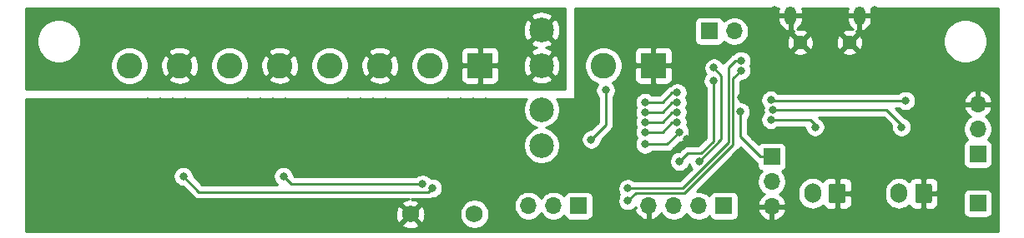
<source format=gbr>
G04 #@! TF.GenerationSoftware,KiCad,Pcbnew,(5.1.5)-3*
G04 #@! TF.CreationDate,2020-04-21T11:06:46-04:00*
G04 #@! TF.ProjectId,STM32_Klipper_Expander,53544d33-325f-44b6-9c69-707065725f45,B*
G04 #@! TF.SameCoordinates,Original*
G04 #@! TF.FileFunction,Copper,L2,Bot*
G04 #@! TF.FilePolarity,Positive*
%FSLAX46Y46*%
G04 Gerber Fmt 4.6, Leading zero omitted, Abs format (unit mm)*
G04 Created by KiCad (PCBNEW (5.1.5)-3) date 2020-04-21 11:06:46*
%MOMM*%
%LPD*%
G04 APERTURE LIST*
%ADD10O,1.700000X1.700000*%
%ADD11R,1.700000X1.700000*%
%ADD12O,1.200000X1.900000*%
%ADD13C,1.450000*%
%ADD14O,1.700000X2.000000*%
%ADD15C,0.100000*%
%ADD16C,2.500000*%
%ADD17R,2.600000X2.600000*%
%ADD18C,2.600000*%
%ADD19C,1.750000*%
%ADD20C,0.800000*%
%ADD21C,0.250000*%
%ADD22C,0.254000*%
G04 APERTURE END LIST*
D10*
X176341000Y-96851000D03*
X176341000Y-94311000D03*
D11*
X176341000Y-91771000D03*
D10*
X172540000Y-79000000D03*
D11*
X170000000Y-79000000D03*
D12*
X178242000Y-77421500D03*
X185242000Y-77421500D03*
D13*
X179242000Y-80121500D03*
X184242000Y-80121500D03*
D11*
X197250000Y-96500000D03*
D14*
X180500000Y-95500000D03*
G04 #@! TA.AperFunction,ComponentPad*
D15*
G36*
X183624504Y-94501204D02*
G01*
X183648773Y-94504804D01*
X183672571Y-94510765D01*
X183695671Y-94519030D01*
X183717849Y-94529520D01*
X183738893Y-94542133D01*
X183758598Y-94556747D01*
X183776777Y-94573223D01*
X183793253Y-94591402D01*
X183807867Y-94611107D01*
X183820480Y-94632151D01*
X183830970Y-94654329D01*
X183839235Y-94677429D01*
X183845196Y-94701227D01*
X183848796Y-94725496D01*
X183850000Y-94750000D01*
X183850000Y-96250000D01*
X183848796Y-96274504D01*
X183845196Y-96298773D01*
X183839235Y-96322571D01*
X183830970Y-96345671D01*
X183820480Y-96367849D01*
X183807867Y-96388893D01*
X183793253Y-96408598D01*
X183776777Y-96426777D01*
X183758598Y-96443253D01*
X183738893Y-96457867D01*
X183717849Y-96470480D01*
X183695671Y-96480970D01*
X183672571Y-96489235D01*
X183648773Y-96495196D01*
X183624504Y-96498796D01*
X183600000Y-96500000D01*
X182400000Y-96500000D01*
X182375496Y-96498796D01*
X182351227Y-96495196D01*
X182327429Y-96489235D01*
X182304329Y-96480970D01*
X182282151Y-96470480D01*
X182261107Y-96457867D01*
X182241402Y-96443253D01*
X182223223Y-96426777D01*
X182206747Y-96408598D01*
X182192133Y-96388893D01*
X182179520Y-96367849D01*
X182169030Y-96345671D01*
X182160765Y-96322571D01*
X182154804Y-96298773D01*
X182151204Y-96274504D01*
X182150000Y-96250000D01*
X182150000Y-94750000D01*
X182151204Y-94725496D01*
X182154804Y-94701227D01*
X182160765Y-94677429D01*
X182169030Y-94654329D01*
X182179520Y-94632151D01*
X182192133Y-94611107D01*
X182206747Y-94591402D01*
X182223223Y-94573223D01*
X182241402Y-94556747D01*
X182261107Y-94542133D01*
X182282151Y-94529520D01*
X182304329Y-94519030D01*
X182327429Y-94510765D01*
X182351227Y-94504804D01*
X182375496Y-94501204D01*
X182400000Y-94500000D01*
X183600000Y-94500000D01*
X183624504Y-94501204D01*
G37*
G04 #@! TD.AperFunction*
D16*
X153000000Y-78845000D03*
X153000000Y-82505000D03*
X153000000Y-86975000D03*
X153000000Y-90635000D03*
D17*
X164350000Y-82500000D03*
D18*
X159270000Y-82500000D03*
G04 #@! TA.AperFunction,ComponentPad*
D15*
G36*
X192374504Y-94501204D02*
G01*
X192398773Y-94504804D01*
X192422571Y-94510765D01*
X192445671Y-94519030D01*
X192467849Y-94529520D01*
X192488893Y-94542133D01*
X192508598Y-94556747D01*
X192526777Y-94573223D01*
X192543253Y-94591402D01*
X192557867Y-94611107D01*
X192570480Y-94632151D01*
X192580970Y-94654329D01*
X192589235Y-94677429D01*
X192595196Y-94701227D01*
X192598796Y-94725496D01*
X192600000Y-94750000D01*
X192600000Y-96250000D01*
X192598796Y-96274504D01*
X192595196Y-96298773D01*
X192589235Y-96322571D01*
X192580970Y-96345671D01*
X192570480Y-96367849D01*
X192557867Y-96388893D01*
X192543253Y-96408598D01*
X192526777Y-96426777D01*
X192508598Y-96443253D01*
X192488893Y-96457867D01*
X192467849Y-96470480D01*
X192445671Y-96480970D01*
X192422571Y-96489235D01*
X192398773Y-96495196D01*
X192374504Y-96498796D01*
X192350000Y-96500000D01*
X191150000Y-96500000D01*
X191125496Y-96498796D01*
X191101227Y-96495196D01*
X191077429Y-96489235D01*
X191054329Y-96480970D01*
X191032151Y-96470480D01*
X191011107Y-96457867D01*
X190991402Y-96443253D01*
X190973223Y-96426777D01*
X190956747Y-96408598D01*
X190942133Y-96388893D01*
X190929520Y-96367849D01*
X190919030Y-96345671D01*
X190910765Y-96322571D01*
X190904804Y-96298773D01*
X190901204Y-96274504D01*
X190900000Y-96250000D01*
X190900000Y-94750000D01*
X190901204Y-94725496D01*
X190904804Y-94701227D01*
X190910765Y-94677429D01*
X190919030Y-94654329D01*
X190929520Y-94632151D01*
X190942133Y-94611107D01*
X190956747Y-94591402D01*
X190973223Y-94573223D01*
X190991402Y-94556747D01*
X191011107Y-94542133D01*
X191032151Y-94529520D01*
X191054329Y-94519030D01*
X191077429Y-94510765D01*
X191101227Y-94504804D01*
X191125496Y-94501204D01*
X191150000Y-94500000D01*
X192350000Y-94500000D01*
X192374504Y-94501204D01*
G37*
G04 #@! TD.AperFunction*
D14*
X189250000Y-95500000D03*
D11*
X197250000Y-91500000D03*
D10*
X197250000Y-88960000D03*
X197250000Y-86420000D03*
X163874000Y-96778000D03*
X166414000Y-96778000D03*
X168954000Y-96778000D03*
D11*
X171494000Y-96778000D03*
D10*
X151670000Y-96750000D03*
X154210000Y-96750000D03*
D11*
X156750000Y-96750000D03*
D19*
X146190000Y-97613000D03*
X139690000Y-97613000D03*
D18*
X111190000Y-82500000D03*
X116270000Y-82500000D03*
X121350000Y-82500000D03*
X126430000Y-82500000D03*
X131510000Y-82500000D03*
X136590000Y-82500000D03*
X141670000Y-82500000D03*
D17*
X146750000Y-82500000D03*
D20*
X133371000Y-88710000D03*
X137181000Y-87440000D03*
X135911000Y-86170000D03*
X134641000Y-88710000D03*
X113051000Y-87440000D03*
X137181000Y-86170000D03*
X135911000Y-87440000D03*
X123211000Y-87440000D03*
X124481000Y-87440000D03*
X115591000Y-86170000D03*
X115591000Y-87440000D03*
X114321000Y-88710000D03*
X114321000Y-86170000D03*
X134641000Y-86170000D03*
X124481000Y-88710000D03*
X125751000Y-87440000D03*
X113051000Y-86170000D03*
X116861000Y-87440000D03*
X123211000Y-88710000D03*
X127021000Y-86170000D03*
X114321000Y-87440000D03*
X116861000Y-86170000D03*
X125751000Y-88710000D03*
X116861000Y-88710000D03*
X127021000Y-88710000D03*
X115591000Y-88710000D03*
X123211000Y-86170000D03*
X127021000Y-87440000D03*
X124481000Y-86170000D03*
X113051000Y-88710000D03*
X125751000Y-86170000D03*
X137181000Y-88710000D03*
X133371000Y-86170000D03*
X144801000Y-87440000D03*
X143531000Y-87440000D03*
X146071000Y-88710000D03*
X143531000Y-86170000D03*
X147341000Y-88710000D03*
X144801000Y-86170000D03*
X146071000Y-87440000D03*
X147341000Y-86170000D03*
X144801000Y-88710000D03*
X146071000Y-86170000D03*
X147341000Y-87440000D03*
X143531000Y-88710000D03*
X135911000Y-88710000D03*
X133371000Y-87440000D03*
X134641000Y-87440000D03*
X186822000Y-76829000D03*
X181350200Y-77459000D03*
X178918000Y-81834000D03*
X186538000Y-79802000D03*
X176666500Y-76833500D03*
X191750000Y-77250000D03*
X173250000Y-85750000D03*
X189500000Y-82250000D03*
X167750000Y-90000000D03*
X182564000Y-84659000D03*
X106274000Y-86437000D03*
X191962000Y-88596000D03*
X170417948Y-84054701D03*
X167000000Y-92250000D03*
X170475000Y-82725000D03*
X169000000Y-92250000D03*
X159500000Y-85000000D03*
X158036563Y-90011563D03*
X161750000Y-95000000D03*
X173250000Y-81999997D03*
X161750000Y-96250000D03*
X173250000Y-83000000D03*
X163500000Y-86250000D03*
X166750000Y-85250000D03*
X163500000Y-87250000D03*
X166750000Y-86250000D03*
X140908000Y-94565000D03*
X163500000Y-88250000D03*
X166750000Y-87250000D03*
X126811000Y-93761500D03*
X163500000Y-89250000D03*
X166750000Y-88250000D03*
X141924000Y-94946000D03*
X116651000Y-93761500D03*
X167000000Y-89250000D03*
X163500000Y-90500000D03*
X106999000Y-83897000D03*
X176500000Y-87000000D03*
X189500000Y-88750000D03*
X176250000Y-88000000D03*
X180750000Y-88750000D03*
X176250000Y-86000000D03*
X189930000Y-86056000D03*
X173166000Y-87199000D03*
D21*
X167000000Y-92250000D02*
X167818205Y-91431795D01*
X167818205Y-91431795D02*
X169181795Y-91431795D01*
X169181795Y-91431795D02*
X170417948Y-90195642D01*
X170417948Y-90195642D02*
X170417948Y-84054701D01*
X170475000Y-82725000D02*
X171250000Y-83500000D01*
X171250000Y-89750000D02*
X171250000Y-83500000D01*
X171250000Y-89750000D02*
X171250000Y-90000000D01*
X171250000Y-90000000D02*
X169000000Y-92250000D01*
X159500000Y-88548126D02*
X158036563Y-90011563D01*
X159500000Y-85000000D02*
X159500000Y-88548126D01*
X171975001Y-90348001D02*
X167323002Y-95000000D01*
X171975001Y-89661409D02*
X171975001Y-90348001D01*
X167323002Y-95000000D02*
X161750000Y-95000000D01*
X171975000Y-82775000D02*
X171975000Y-89661409D01*
X171975000Y-82709312D02*
X171975000Y-82775000D01*
X172684315Y-81999997D02*
X171975000Y-82709312D01*
X173250000Y-81999997D02*
X172684315Y-81999997D01*
X167509402Y-95450010D02*
X162549990Y-95450010D01*
X172425010Y-90534402D02*
X167509402Y-95450010D01*
X173250000Y-83000000D02*
X172425010Y-83824990D01*
X162549990Y-95450010D02*
X161750000Y-96250000D01*
X172425010Y-83824990D02*
X172425010Y-90534402D01*
X165250000Y-86250000D02*
X166250000Y-85250000D01*
X163500000Y-86250000D02*
X165250000Y-86250000D01*
X166250000Y-85250000D02*
X166750000Y-85250000D01*
X165250000Y-87250000D02*
X166250000Y-86250000D01*
X163500000Y-87250000D02*
X165250000Y-87250000D01*
X166250000Y-86250000D02*
X166750000Y-86250000D01*
X166250000Y-87250000D02*
X166750000Y-87250000D01*
X165250000Y-88250000D02*
X166250000Y-87250000D01*
X163500000Y-88250000D02*
X165250000Y-88250000D01*
X140908000Y-94565000D02*
X127614500Y-94565000D01*
X127614500Y-94565000D02*
X126811000Y-93761500D01*
X163500000Y-89250000D02*
X165250000Y-89250000D01*
X165250000Y-89250000D02*
X166250000Y-88250000D01*
X166250000Y-88250000D02*
X166750000Y-88250000D01*
X141524001Y-95345999D02*
X129496999Y-95345999D01*
X141924000Y-94946000D02*
X141524001Y-95345999D01*
X129496999Y-95345999D02*
X128225589Y-95345999D01*
X128225589Y-95345999D02*
X118235499Y-95345999D01*
X118235499Y-95345999D02*
X116651000Y-93761500D01*
X167000000Y-89250000D02*
X165750000Y-90500000D01*
X165750000Y-90500000D02*
X163500000Y-90500000D01*
X176500000Y-87000000D02*
X182500000Y-87000000D01*
X182500000Y-87000000D02*
X188000000Y-87000000D01*
X188000000Y-87000000D02*
X189500000Y-88500000D01*
X189500000Y-88500000D02*
X189500000Y-88750000D01*
X176250000Y-88000000D02*
X180000000Y-88000000D01*
X180000000Y-88000000D02*
X180250000Y-88000000D01*
X180250000Y-88000000D02*
X180750000Y-88500000D01*
X180750000Y-88500000D02*
X180750000Y-88750000D01*
X176306000Y-86056000D02*
X176250000Y-86000000D01*
X189930000Y-86056000D02*
X176306000Y-86056000D01*
X173166000Y-89696000D02*
X173166000Y-87199000D01*
X173801000Y-90374000D02*
X173166000Y-89696000D01*
X175198000Y-91771000D02*
X176341000Y-91771000D01*
X173801000Y-90374000D02*
X175198000Y-91771000D01*
D22*
G36*
X155373000Y-84873000D02*
G01*
X100660000Y-84873000D01*
X100660000Y-82309419D01*
X109255000Y-82309419D01*
X109255000Y-82690581D01*
X109329361Y-83064419D01*
X109475225Y-83416566D01*
X109686987Y-83733491D01*
X109956509Y-84003013D01*
X110273434Y-84214775D01*
X110625581Y-84360639D01*
X110999419Y-84435000D01*
X111380581Y-84435000D01*
X111754419Y-84360639D01*
X112106566Y-84214775D01*
X112423491Y-84003013D01*
X112577280Y-83849224D01*
X115100381Y-83849224D01*
X115232317Y-84144312D01*
X115573045Y-84315159D01*
X115940557Y-84416250D01*
X116320729Y-84443701D01*
X116698951Y-84396457D01*
X117060690Y-84276333D01*
X117307683Y-84144312D01*
X117439619Y-83849224D01*
X116270000Y-82679605D01*
X115100381Y-83849224D01*
X112577280Y-83849224D01*
X112693013Y-83733491D01*
X112904775Y-83416566D01*
X113050639Y-83064419D01*
X113125000Y-82690581D01*
X113125000Y-82550729D01*
X114326299Y-82550729D01*
X114373543Y-82928951D01*
X114493667Y-83290690D01*
X114625688Y-83537683D01*
X114920776Y-83669619D01*
X116090395Y-82500000D01*
X116449605Y-82500000D01*
X117619224Y-83669619D01*
X117914312Y-83537683D01*
X118085159Y-83196955D01*
X118186250Y-82829443D01*
X118213701Y-82449271D01*
X118196232Y-82309419D01*
X119415000Y-82309419D01*
X119415000Y-82690581D01*
X119489361Y-83064419D01*
X119635225Y-83416566D01*
X119846987Y-83733491D01*
X120116509Y-84003013D01*
X120433434Y-84214775D01*
X120785581Y-84360639D01*
X121159419Y-84435000D01*
X121540581Y-84435000D01*
X121914419Y-84360639D01*
X122266566Y-84214775D01*
X122583491Y-84003013D01*
X122737280Y-83849224D01*
X125260381Y-83849224D01*
X125392317Y-84144312D01*
X125733045Y-84315159D01*
X126100557Y-84416250D01*
X126480729Y-84443701D01*
X126858951Y-84396457D01*
X127220690Y-84276333D01*
X127467683Y-84144312D01*
X127599619Y-83849224D01*
X126430000Y-82679605D01*
X125260381Y-83849224D01*
X122737280Y-83849224D01*
X122853013Y-83733491D01*
X123064775Y-83416566D01*
X123210639Y-83064419D01*
X123285000Y-82690581D01*
X123285000Y-82550729D01*
X124486299Y-82550729D01*
X124533543Y-82928951D01*
X124653667Y-83290690D01*
X124785688Y-83537683D01*
X125080776Y-83669619D01*
X126250395Y-82500000D01*
X126609605Y-82500000D01*
X127779224Y-83669619D01*
X128074312Y-83537683D01*
X128245159Y-83196955D01*
X128346250Y-82829443D01*
X128373701Y-82449271D01*
X128356232Y-82309419D01*
X129575000Y-82309419D01*
X129575000Y-82690581D01*
X129649361Y-83064419D01*
X129795225Y-83416566D01*
X130006987Y-83733491D01*
X130276509Y-84003013D01*
X130593434Y-84214775D01*
X130945581Y-84360639D01*
X131319419Y-84435000D01*
X131700581Y-84435000D01*
X132074419Y-84360639D01*
X132426566Y-84214775D01*
X132743491Y-84003013D01*
X132897280Y-83849224D01*
X135420381Y-83849224D01*
X135552317Y-84144312D01*
X135893045Y-84315159D01*
X136260557Y-84416250D01*
X136640729Y-84443701D01*
X137018951Y-84396457D01*
X137380690Y-84276333D01*
X137627683Y-84144312D01*
X137759619Y-83849224D01*
X136590000Y-82679605D01*
X135420381Y-83849224D01*
X132897280Y-83849224D01*
X133013013Y-83733491D01*
X133224775Y-83416566D01*
X133370639Y-83064419D01*
X133445000Y-82690581D01*
X133445000Y-82550729D01*
X134646299Y-82550729D01*
X134693543Y-82928951D01*
X134813667Y-83290690D01*
X134945688Y-83537683D01*
X135240776Y-83669619D01*
X136410395Y-82500000D01*
X136769605Y-82500000D01*
X137939224Y-83669619D01*
X138234312Y-83537683D01*
X138405159Y-83196955D01*
X138506250Y-82829443D01*
X138533701Y-82449271D01*
X138516232Y-82309419D01*
X139735000Y-82309419D01*
X139735000Y-82690581D01*
X139809361Y-83064419D01*
X139955225Y-83416566D01*
X140166987Y-83733491D01*
X140436509Y-84003013D01*
X140753434Y-84214775D01*
X141105581Y-84360639D01*
X141479419Y-84435000D01*
X141860581Y-84435000D01*
X142234419Y-84360639D01*
X142586566Y-84214775D01*
X142903491Y-84003013D01*
X143106504Y-83800000D01*
X144811928Y-83800000D01*
X144824188Y-83924482D01*
X144860498Y-84044180D01*
X144919463Y-84154494D01*
X144998815Y-84251185D01*
X145095506Y-84330537D01*
X145205820Y-84389502D01*
X145325518Y-84425812D01*
X145450000Y-84438072D01*
X146464250Y-84435000D01*
X146623000Y-84276250D01*
X146623000Y-82627000D01*
X146877000Y-82627000D01*
X146877000Y-84276250D01*
X147035750Y-84435000D01*
X148050000Y-84438072D01*
X148174482Y-84425812D01*
X148294180Y-84389502D01*
X148404494Y-84330537D01*
X148501185Y-84251185D01*
X148580537Y-84154494D01*
X148639502Y-84044180D01*
X148675812Y-83924482D01*
X148686239Y-83818605D01*
X151866000Y-83818605D01*
X151991914Y-84108577D01*
X152324126Y-84274433D01*
X152682312Y-84372290D01*
X153052706Y-84398389D01*
X153421075Y-84351725D01*
X153773262Y-84234094D01*
X154008086Y-84108577D01*
X154134000Y-83818605D01*
X153000000Y-82684605D01*
X151866000Y-83818605D01*
X148686239Y-83818605D01*
X148688072Y-83800000D01*
X148685000Y-82785750D01*
X148526250Y-82627000D01*
X146877000Y-82627000D01*
X146623000Y-82627000D01*
X144973750Y-82627000D01*
X144815000Y-82785750D01*
X144811928Y-83800000D01*
X143106504Y-83800000D01*
X143173013Y-83733491D01*
X143384775Y-83416566D01*
X143530639Y-83064419D01*
X143605000Y-82690581D01*
X143605000Y-82557706D01*
X151106611Y-82557706D01*
X151153275Y-82926075D01*
X151270906Y-83278262D01*
X151396423Y-83513086D01*
X151686395Y-83639000D01*
X152820395Y-82505000D01*
X153179605Y-82505000D01*
X154313605Y-83639000D01*
X154603577Y-83513086D01*
X154769433Y-83180874D01*
X154867290Y-82822688D01*
X154893389Y-82452294D01*
X154846725Y-82083925D01*
X154729094Y-81731738D01*
X154603577Y-81496914D01*
X154313605Y-81371000D01*
X153179605Y-82505000D01*
X152820395Y-82505000D01*
X151686395Y-81371000D01*
X151396423Y-81496914D01*
X151230567Y-81829126D01*
X151132710Y-82187312D01*
X151106611Y-82557706D01*
X143605000Y-82557706D01*
X143605000Y-82309419D01*
X143530639Y-81935581D01*
X143384775Y-81583434D01*
X143173013Y-81266509D01*
X143106504Y-81200000D01*
X144811928Y-81200000D01*
X144815000Y-82214250D01*
X144973750Y-82373000D01*
X146623000Y-82373000D01*
X146623000Y-80723750D01*
X146877000Y-80723750D01*
X146877000Y-82373000D01*
X148526250Y-82373000D01*
X148685000Y-82214250D01*
X148688072Y-81200000D01*
X148675812Y-81075518D01*
X148639502Y-80955820D01*
X148580537Y-80845506D01*
X148501185Y-80748815D01*
X148404494Y-80669463D01*
X148294180Y-80610498D01*
X148174482Y-80574188D01*
X148050000Y-80561928D01*
X147035750Y-80565000D01*
X146877000Y-80723750D01*
X146623000Y-80723750D01*
X146464250Y-80565000D01*
X145450000Y-80561928D01*
X145325518Y-80574188D01*
X145205820Y-80610498D01*
X145095506Y-80669463D01*
X144998815Y-80748815D01*
X144919463Y-80845506D01*
X144860498Y-80955820D01*
X144824188Y-81075518D01*
X144811928Y-81200000D01*
X143106504Y-81200000D01*
X142903491Y-80996987D01*
X142586566Y-80785225D01*
X142234419Y-80639361D01*
X141860581Y-80565000D01*
X141479419Y-80565000D01*
X141105581Y-80639361D01*
X140753434Y-80785225D01*
X140436509Y-80996987D01*
X140166987Y-81266509D01*
X139955225Y-81583434D01*
X139809361Y-81935581D01*
X139735000Y-82309419D01*
X138516232Y-82309419D01*
X138486457Y-82071049D01*
X138366333Y-81709310D01*
X138234312Y-81462317D01*
X137939224Y-81330381D01*
X136769605Y-82500000D01*
X136410395Y-82500000D01*
X135240776Y-81330381D01*
X134945688Y-81462317D01*
X134774841Y-81803045D01*
X134673750Y-82170557D01*
X134646299Y-82550729D01*
X133445000Y-82550729D01*
X133445000Y-82309419D01*
X133370639Y-81935581D01*
X133224775Y-81583434D01*
X133013013Y-81266509D01*
X132897280Y-81150776D01*
X135420381Y-81150776D01*
X136590000Y-82320395D01*
X137759619Y-81150776D01*
X137627683Y-80855688D01*
X137286955Y-80684841D01*
X136919443Y-80583750D01*
X136539271Y-80556299D01*
X136161049Y-80603543D01*
X135799310Y-80723667D01*
X135552317Y-80855688D01*
X135420381Y-81150776D01*
X132897280Y-81150776D01*
X132743491Y-80996987D01*
X132426566Y-80785225D01*
X132074419Y-80639361D01*
X131700581Y-80565000D01*
X131319419Y-80565000D01*
X130945581Y-80639361D01*
X130593434Y-80785225D01*
X130276509Y-80996987D01*
X130006987Y-81266509D01*
X129795225Y-81583434D01*
X129649361Y-81935581D01*
X129575000Y-82309419D01*
X128356232Y-82309419D01*
X128326457Y-82071049D01*
X128206333Y-81709310D01*
X128074312Y-81462317D01*
X127779224Y-81330381D01*
X126609605Y-82500000D01*
X126250395Y-82500000D01*
X125080776Y-81330381D01*
X124785688Y-81462317D01*
X124614841Y-81803045D01*
X124513750Y-82170557D01*
X124486299Y-82550729D01*
X123285000Y-82550729D01*
X123285000Y-82309419D01*
X123210639Y-81935581D01*
X123064775Y-81583434D01*
X122853013Y-81266509D01*
X122737280Y-81150776D01*
X125260381Y-81150776D01*
X126430000Y-82320395D01*
X127599619Y-81150776D01*
X127467683Y-80855688D01*
X127126955Y-80684841D01*
X126759443Y-80583750D01*
X126379271Y-80556299D01*
X126001049Y-80603543D01*
X125639310Y-80723667D01*
X125392317Y-80855688D01*
X125260381Y-81150776D01*
X122737280Y-81150776D01*
X122583491Y-80996987D01*
X122266566Y-80785225D01*
X121914419Y-80639361D01*
X121540581Y-80565000D01*
X121159419Y-80565000D01*
X120785581Y-80639361D01*
X120433434Y-80785225D01*
X120116509Y-80996987D01*
X119846987Y-81266509D01*
X119635225Y-81583434D01*
X119489361Y-81935581D01*
X119415000Y-82309419D01*
X118196232Y-82309419D01*
X118166457Y-82071049D01*
X118046333Y-81709310D01*
X117914312Y-81462317D01*
X117619224Y-81330381D01*
X116449605Y-82500000D01*
X116090395Y-82500000D01*
X114920776Y-81330381D01*
X114625688Y-81462317D01*
X114454841Y-81803045D01*
X114353750Y-82170557D01*
X114326299Y-82550729D01*
X113125000Y-82550729D01*
X113125000Y-82309419D01*
X113050639Y-81935581D01*
X112904775Y-81583434D01*
X112693013Y-81266509D01*
X112577280Y-81150776D01*
X115100381Y-81150776D01*
X116270000Y-82320395D01*
X117439619Y-81150776D01*
X117307683Y-80855688D01*
X116966955Y-80684841D01*
X116599443Y-80583750D01*
X116219271Y-80556299D01*
X115841049Y-80603543D01*
X115479310Y-80723667D01*
X115232317Y-80855688D01*
X115100381Y-81150776D01*
X112577280Y-81150776D01*
X112423491Y-80996987D01*
X112106566Y-80785225D01*
X111754419Y-80639361D01*
X111380581Y-80565000D01*
X110999419Y-80565000D01*
X110625581Y-80639361D01*
X110273434Y-80785225D01*
X109956509Y-80996987D01*
X109686987Y-81266509D01*
X109475225Y-81583434D01*
X109329361Y-81935581D01*
X109255000Y-82309419D01*
X100660000Y-82309419D01*
X100660000Y-79779872D01*
X101765000Y-79779872D01*
X101765000Y-80220128D01*
X101850890Y-80651925D01*
X102019369Y-81058669D01*
X102263962Y-81424729D01*
X102575271Y-81736038D01*
X102941331Y-81980631D01*
X103348075Y-82149110D01*
X103779872Y-82235000D01*
X104220128Y-82235000D01*
X104651925Y-82149110D01*
X105058669Y-81980631D01*
X105424729Y-81736038D01*
X105736038Y-81424729D01*
X105980631Y-81058669D01*
X106149110Y-80651925D01*
X106235000Y-80220128D01*
X106235000Y-80158605D01*
X151866000Y-80158605D01*
X151991914Y-80448577D01*
X152324126Y-80614433D01*
X152536485Y-80672450D01*
X152226738Y-80775906D01*
X151991914Y-80901423D01*
X151866000Y-81191395D01*
X153000000Y-82325395D01*
X154134000Y-81191395D01*
X154008086Y-80901423D01*
X153675874Y-80735567D01*
X153463515Y-80677550D01*
X153773262Y-80574094D01*
X154008086Y-80448577D01*
X154134000Y-80158605D01*
X153000000Y-79024605D01*
X151866000Y-80158605D01*
X106235000Y-80158605D01*
X106235000Y-79779872D01*
X106149110Y-79348075D01*
X105980631Y-78941331D01*
X105951482Y-78897706D01*
X151106611Y-78897706D01*
X151153275Y-79266075D01*
X151270906Y-79618262D01*
X151396423Y-79853086D01*
X151686395Y-79979000D01*
X152820395Y-78845000D01*
X153179605Y-78845000D01*
X154313605Y-79979000D01*
X154603577Y-79853086D01*
X154769433Y-79520874D01*
X154867290Y-79162688D01*
X154893389Y-78792294D01*
X154846725Y-78423925D01*
X154729094Y-78071738D01*
X154603577Y-77836914D01*
X154313605Y-77711000D01*
X153179605Y-78845000D01*
X152820395Y-78845000D01*
X151686395Y-77711000D01*
X151396423Y-77836914D01*
X151230567Y-78169126D01*
X151132710Y-78527312D01*
X151106611Y-78897706D01*
X105951482Y-78897706D01*
X105736038Y-78575271D01*
X105424729Y-78263962D01*
X105058669Y-78019369D01*
X104651925Y-77850890D01*
X104220128Y-77765000D01*
X103779872Y-77765000D01*
X103348075Y-77850890D01*
X102941331Y-78019369D01*
X102575271Y-78263962D01*
X102263962Y-78575271D01*
X102019369Y-78941331D01*
X101850890Y-79348075D01*
X101765000Y-79779872D01*
X100660000Y-79779872D01*
X100660000Y-77531395D01*
X151866000Y-77531395D01*
X153000000Y-78665395D01*
X154134000Y-77531395D01*
X154008086Y-77241423D01*
X153675874Y-77075567D01*
X153317688Y-76977710D01*
X152947294Y-76951611D01*
X152578925Y-76998275D01*
X152226738Y-77115906D01*
X151991914Y-77241423D01*
X151866000Y-77531395D01*
X100660000Y-77531395D01*
X100660000Y-76660000D01*
X155373000Y-76660000D01*
X155373000Y-84873000D01*
G37*
X155373000Y-84873000D02*
X100660000Y-84873000D01*
X100660000Y-82309419D01*
X109255000Y-82309419D01*
X109255000Y-82690581D01*
X109329361Y-83064419D01*
X109475225Y-83416566D01*
X109686987Y-83733491D01*
X109956509Y-84003013D01*
X110273434Y-84214775D01*
X110625581Y-84360639D01*
X110999419Y-84435000D01*
X111380581Y-84435000D01*
X111754419Y-84360639D01*
X112106566Y-84214775D01*
X112423491Y-84003013D01*
X112577280Y-83849224D01*
X115100381Y-83849224D01*
X115232317Y-84144312D01*
X115573045Y-84315159D01*
X115940557Y-84416250D01*
X116320729Y-84443701D01*
X116698951Y-84396457D01*
X117060690Y-84276333D01*
X117307683Y-84144312D01*
X117439619Y-83849224D01*
X116270000Y-82679605D01*
X115100381Y-83849224D01*
X112577280Y-83849224D01*
X112693013Y-83733491D01*
X112904775Y-83416566D01*
X113050639Y-83064419D01*
X113125000Y-82690581D01*
X113125000Y-82550729D01*
X114326299Y-82550729D01*
X114373543Y-82928951D01*
X114493667Y-83290690D01*
X114625688Y-83537683D01*
X114920776Y-83669619D01*
X116090395Y-82500000D01*
X116449605Y-82500000D01*
X117619224Y-83669619D01*
X117914312Y-83537683D01*
X118085159Y-83196955D01*
X118186250Y-82829443D01*
X118213701Y-82449271D01*
X118196232Y-82309419D01*
X119415000Y-82309419D01*
X119415000Y-82690581D01*
X119489361Y-83064419D01*
X119635225Y-83416566D01*
X119846987Y-83733491D01*
X120116509Y-84003013D01*
X120433434Y-84214775D01*
X120785581Y-84360639D01*
X121159419Y-84435000D01*
X121540581Y-84435000D01*
X121914419Y-84360639D01*
X122266566Y-84214775D01*
X122583491Y-84003013D01*
X122737280Y-83849224D01*
X125260381Y-83849224D01*
X125392317Y-84144312D01*
X125733045Y-84315159D01*
X126100557Y-84416250D01*
X126480729Y-84443701D01*
X126858951Y-84396457D01*
X127220690Y-84276333D01*
X127467683Y-84144312D01*
X127599619Y-83849224D01*
X126430000Y-82679605D01*
X125260381Y-83849224D01*
X122737280Y-83849224D01*
X122853013Y-83733491D01*
X123064775Y-83416566D01*
X123210639Y-83064419D01*
X123285000Y-82690581D01*
X123285000Y-82550729D01*
X124486299Y-82550729D01*
X124533543Y-82928951D01*
X124653667Y-83290690D01*
X124785688Y-83537683D01*
X125080776Y-83669619D01*
X126250395Y-82500000D01*
X126609605Y-82500000D01*
X127779224Y-83669619D01*
X128074312Y-83537683D01*
X128245159Y-83196955D01*
X128346250Y-82829443D01*
X128373701Y-82449271D01*
X128356232Y-82309419D01*
X129575000Y-82309419D01*
X129575000Y-82690581D01*
X129649361Y-83064419D01*
X129795225Y-83416566D01*
X130006987Y-83733491D01*
X130276509Y-84003013D01*
X130593434Y-84214775D01*
X130945581Y-84360639D01*
X131319419Y-84435000D01*
X131700581Y-84435000D01*
X132074419Y-84360639D01*
X132426566Y-84214775D01*
X132743491Y-84003013D01*
X132897280Y-83849224D01*
X135420381Y-83849224D01*
X135552317Y-84144312D01*
X135893045Y-84315159D01*
X136260557Y-84416250D01*
X136640729Y-84443701D01*
X137018951Y-84396457D01*
X137380690Y-84276333D01*
X137627683Y-84144312D01*
X137759619Y-83849224D01*
X136590000Y-82679605D01*
X135420381Y-83849224D01*
X132897280Y-83849224D01*
X133013013Y-83733491D01*
X133224775Y-83416566D01*
X133370639Y-83064419D01*
X133445000Y-82690581D01*
X133445000Y-82550729D01*
X134646299Y-82550729D01*
X134693543Y-82928951D01*
X134813667Y-83290690D01*
X134945688Y-83537683D01*
X135240776Y-83669619D01*
X136410395Y-82500000D01*
X136769605Y-82500000D01*
X137939224Y-83669619D01*
X138234312Y-83537683D01*
X138405159Y-83196955D01*
X138506250Y-82829443D01*
X138533701Y-82449271D01*
X138516232Y-82309419D01*
X139735000Y-82309419D01*
X139735000Y-82690581D01*
X139809361Y-83064419D01*
X139955225Y-83416566D01*
X140166987Y-83733491D01*
X140436509Y-84003013D01*
X140753434Y-84214775D01*
X141105581Y-84360639D01*
X141479419Y-84435000D01*
X141860581Y-84435000D01*
X142234419Y-84360639D01*
X142586566Y-84214775D01*
X142903491Y-84003013D01*
X143106504Y-83800000D01*
X144811928Y-83800000D01*
X144824188Y-83924482D01*
X144860498Y-84044180D01*
X144919463Y-84154494D01*
X144998815Y-84251185D01*
X145095506Y-84330537D01*
X145205820Y-84389502D01*
X145325518Y-84425812D01*
X145450000Y-84438072D01*
X146464250Y-84435000D01*
X146623000Y-84276250D01*
X146623000Y-82627000D01*
X146877000Y-82627000D01*
X146877000Y-84276250D01*
X147035750Y-84435000D01*
X148050000Y-84438072D01*
X148174482Y-84425812D01*
X148294180Y-84389502D01*
X148404494Y-84330537D01*
X148501185Y-84251185D01*
X148580537Y-84154494D01*
X148639502Y-84044180D01*
X148675812Y-83924482D01*
X148686239Y-83818605D01*
X151866000Y-83818605D01*
X151991914Y-84108577D01*
X152324126Y-84274433D01*
X152682312Y-84372290D01*
X153052706Y-84398389D01*
X153421075Y-84351725D01*
X153773262Y-84234094D01*
X154008086Y-84108577D01*
X154134000Y-83818605D01*
X153000000Y-82684605D01*
X151866000Y-83818605D01*
X148686239Y-83818605D01*
X148688072Y-83800000D01*
X148685000Y-82785750D01*
X148526250Y-82627000D01*
X146877000Y-82627000D01*
X146623000Y-82627000D01*
X144973750Y-82627000D01*
X144815000Y-82785750D01*
X144811928Y-83800000D01*
X143106504Y-83800000D01*
X143173013Y-83733491D01*
X143384775Y-83416566D01*
X143530639Y-83064419D01*
X143605000Y-82690581D01*
X143605000Y-82557706D01*
X151106611Y-82557706D01*
X151153275Y-82926075D01*
X151270906Y-83278262D01*
X151396423Y-83513086D01*
X151686395Y-83639000D01*
X152820395Y-82505000D01*
X153179605Y-82505000D01*
X154313605Y-83639000D01*
X154603577Y-83513086D01*
X154769433Y-83180874D01*
X154867290Y-82822688D01*
X154893389Y-82452294D01*
X154846725Y-82083925D01*
X154729094Y-81731738D01*
X154603577Y-81496914D01*
X154313605Y-81371000D01*
X153179605Y-82505000D01*
X152820395Y-82505000D01*
X151686395Y-81371000D01*
X151396423Y-81496914D01*
X151230567Y-81829126D01*
X151132710Y-82187312D01*
X151106611Y-82557706D01*
X143605000Y-82557706D01*
X143605000Y-82309419D01*
X143530639Y-81935581D01*
X143384775Y-81583434D01*
X143173013Y-81266509D01*
X143106504Y-81200000D01*
X144811928Y-81200000D01*
X144815000Y-82214250D01*
X144973750Y-82373000D01*
X146623000Y-82373000D01*
X146623000Y-80723750D01*
X146877000Y-80723750D01*
X146877000Y-82373000D01*
X148526250Y-82373000D01*
X148685000Y-82214250D01*
X148688072Y-81200000D01*
X148675812Y-81075518D01*
X148639502Y-80955820D01*
X148580537Y-80845506D01*
X148501185Y-80748815D01*
X148404494Y-80669463D01*
X148294180Y-80610498D01*
X148174482Y-80574188D01*
X148050000Y-80561928D01*
X147035750Y-80565000D01*
X146877000Y-80723750D01*
X146623000Y-80723750D01*
X146464250Y-80565000D01*
X145450000Y-80561928D01*
X145325518Y-80574188D01*
X145205820Y-80610498D01*
X145095506Y-80669463D01*
X144998815Y-80748815D01*
X144919463Y-80845506D01*
X144860498Y-80955820D01*
X144824188Y-81075518D01*
X144811928Y-81200000D01*
X143106504Y-81200000D01*
X142903491Y-80996987D01*
X142586566Y-80785225D01*
X142234419Y-80639361D01*
X141860581Y-80565000D01*
X141479419Y-80565000D01*
X141105581Y-80639361D01*
X140753434Y-80785225D01*
X140436509Y-80996987D01*
X140166987Y-81266509D01*
X139955225Y-81583434D01*
X139809361Y-81935581D01*
X139735000Y-82309419D01*
X138516232Y-82309419D01*
X138486457Y-82071049D01*
X138366333Y-81709310D01*
X138234312Y-81462317D01*
X137939224Y-81330381D01*
X136769605Y-82500000D01*
X136410395Y-82500000D01*
X135240776Y-81330381D01*
X134945688Y-81462317D01*
X134774841Y-81803045D01*
X134673750Y-82170557D01*
X134646299Y-82550729D01*
X133445000Y-82550729D01*
X133445000Y-82309419D01*
X133370639Y-81935581D01*
X133224775Y-81583434D01*
X133013013Y-81266509D01*
X132897280Y-81150776D01*
X135420381Y-81150776D01*
X136590000Y-82320395D01*
X137759619Y-81150776D01*
X137627683Y-80855688D01*
X137286955Y-80684841D01*
X136919443Y-80583750D01*
X136539271Y-80556299D01*
X136161049Y-80603543D01*
X135799310Y-80723667D01*
X135552317Y-80855688D01*
X135420381Y-81150776D01*
X132897280Y-81150776D01*
X132743491Y-80996987D01*
X132426566Y-80785225D01*
X132074419Y-80639361D01*
X131700581Y-80565000D01*
X131319419Y-80565000D01*
X130945581Y-80639361D01*
X130593434Y-80785225D01*
X130276509Y-80996987D01*
X130006987Y-81266509D01*
X129795225Y-81583434D01*
X129649361Y-81935581D01*
X129575000Y-82309419D01*
X128356232Y-82309419D01*
X128326457Y-82071049D01*
X128206333Y-81709310D01*
X128074312Y-81462317D01*
X127779224Y-81330381D01*
X126609605Y-82500000D01*
X126250395Y-82500000D01*
X125080776Y-81330381D01*
X124785688Y-81462317D01*
X124614841Y-81803045D01*
X124513750Y-82170557D01*
X124486299Y-82550729D01*
X123285000Y-82550729D01*
X123285000Y-82309419D01*
X123210639Y-81935581D01*
X123064775Y-81583434D01*
X122853013Y-81266509D01*
X122737280Y-81150776D01*
X125260381Y-81150776D01*
X126430000Y-82320395D01*
X127599619Y-81150776D01*
X127467683Y-80855688D01*
X127126955Y-80684841D01*
X126759443Y-80583750D01*
X126379271Y-80556299D01*
X126001049Y-80603543D01*
X125639310Y-80723667D01*
X125392317Y-80855688D01*
X125260381Y-81150776D01*
X122737280Y-81150776D01*
X122583491Y-80996987D01*
X122266566Y-80785225D01*
X121914419Y-80639361D01*
X121540581Y-80565000D01*
X121159419Y-80565000D01*
X120785581Y-80639361D01*
X120433434Y-80785225D01*
X120116509Y-80996987D01*
X119846987Y-81266509D01*
X119635225Y-81583434D01*
X119489361Y-81935581D01*
X119415000Y-82309419D01*
X118196232Y-82309419D01*
X118166457Y-82071049D01*
X118046333Y-81709310D01*
X117914312Y-81462317D01*
X117619224Y-81330381D01*
X116449605Y-82500000D01*
X116090395Y-82500000D01*
X114920776Y-81330381D01*
X114625688Y-81462317D01*
X114454841Y-81803045D01*
X114353750Y-82170557D01*
X114326299Y-82550729D01*
X113125000Y-82550729D01*
X113125000Y-82309419D01*
X113050639Y-81935581D01*
X112904775Y-81583434D01*
X112693013Y-81266509D01*
X112577280Y-81150776D01*
X115100381Y-81150776D01*
X116270000Y-82320395D01*
X117439619Y-81150776D01*
X117307683Y-80855688D01*
X116966955Y-80684841D01*
X116599443Y-80583750D01*
X116219271Y-80556299D01*
X115841049Y-80603543D01*
X115479310Y-80723667D01*
X115232317Y-80855688D01*
X115100381Y-81150776D01*
X112577280Y-81150776D01*
X112423491Y-80996987D01*
X112106566Y-80785225D01*
X111754419Y-80639361D01*
X111380581Y-80565000D01*
X110999419Y-80565000D01*
X110625581Y-80639361D01*
X110273434Y-80785225D01*
X109956509Y-80996987D01*
X109686987Y-81266509D01*
X109475225Y-81583434D01*
X109329361Y-81935581D01*
X109255000Y-82309419D01*
X100660000Y-82309419D01*
X100660000Y-79779872D01*
X101765000Y-79779872D01*
X101765000Y-80220128D01*
X101850890Y-80651925D01*
X102019369Y-81058669D01*
X102263962Y-81424729D01*
X102575271Y-81736038D01*
X102941331Y-81980631D01*
X103348075Y-82149110D01*
X103779872Y-82235000D01*
X104220128Y-82235000D01*
X104651925Y-82149110D01*
X105058669Y-81980631D01*
X105424729Y-81736038D01*
X105736038Y-81424729D01*
X105980631Y-81058669D01*
X106149110Y-80651925D01*
X106235000Y-80220128D01*
X106235000Y-80158605D01*
X151866000Y-80158605D01*
X151991914Y-80448577D01*
X152324126Y-80614433D01*
X152536485Y-80672450D01*
X152226738Y-80775906D01*
X151991914Y-80901423D01*
X151866000Y-81191395D01*
X153000000Y-82325395D01*
X154134000Y-81191395D01*
X154008086Y-80901423D01*
X153675874Y-80735567D01*
X153463515Y-80677550D01*
X153773262Y-80574094D01*
X154008086Y-80448577D01*
X154134000Y-80158605D01*
X153000000Y-79024605D01*
X151866000Y-80158605D01*
X106235000Y-80158605D01*
X106235000Y-79779872D01*
X106149110Y-79348075D01*
X105980631Y-78941331D01*
X105951482Y-78897706D01*
X151106611Y-78897706D01*
X151153275Y-79266075D01*
X151270906Y-79618262D01*
X151396423Y-79853086D01*
X151686395Y-79979000D01*
X152820395Y-78845000D01*
X153179605Y-78845000D01*
X154313605Y-79979000D01*
X154603577Y-79853086D01*
X154769433Y-79520874D01*
X154867290Y-79162688D01*
X154893389Y-78792294D01*
X154846725Y-78423925D01*
X154729094Y-78071738D01*
X154603577Y-77836914D01*
X154313605Y-77711000D01*
X153179605Y-78845000D01*
X152820395Y-78845000D01*
X151686395Y-77711000D01*
X151396423Y-77836914D01*
X151230567Y-78169126D01*
X151132710Y-78527312D01*
X151106611Y-78897706D01*
X105951482Y-78897706D01*
X105736038Y-78575271D01*
X105424729Y-78263962D01*
X105058669Y-78019369D01*
X104651925Y-77850890D01*
X104220128Y-77765000D01*
X103779872Y-77765000D01*
X103348075Y-77850890D01*
X102941331Y-78019369D01*
X102575271Y-78263962D01*
X102263962Y-78575271D01*
X102019369Y-78941331D01*
X101850890Y-79348075D01*
X101765000Y-79779872D01*
X100660000Y-79779872D01*
X100660000Y-77531395D01*
X151866000Y-77531395D01*
X153000000Y-78665395D01*
X154134000Y-77531395D01*
X154008086Y-77241423D01*
X153675874Y-77075567D01*
X153317688Y-76977710D01*
X152947294Y-76951611D01*
X152578925Y-76998275D01*
X152226738Y-77115906D01*
X151991914Y-77241423D01*
X151866000Y-77531395D01*
X100660000Y-77531395D01*
X100660000Y-76660000D01*
X155373000Y-76660000D01*
X155373000Y-84873000D01*
G36*
X177055507Y-76706004D02*
G01*
X177007000Y-76944500D01*
X177007000Y-77294500D01*
X178115000Y-77294500D01*
X178115000Y-77274500D01*
X178369000Y-77274500D01*
X178369000Y-77294500D01*
X179477000Y-77294500D01*
X179477000Y-76944500D01*
X179428493Y-76706004D01*
X179409205Y-76660000D01*
X184074795Y-76660000D01*
X184055507Y-76706004D01*
X184007000Y-76944500D01*
X184007000Y-77294500D01*
X185115000Y-77294500D01*
X185115000Y-77274500D01*
X185369000Y-77274500D01*
X185369000Y-77294500D01*
X186477000Y-77294500D01*
X186477000Y-76944500D01*
X186428493Y-76706004D01*
X186409205Y-76660000D01*
X199340001Y-76660000D01*
X199340000Y-99340000D01*
X100660000Y-99340000D01*
X100660000Y-98659240D01*
X138823365Y-98659240D01*
X138904025Y-98910868D01*
X139172329Y-99039267D01*
X139460526Y-99112855D01*
X139757543Y-99128804D01*
X140051963Y-99086501D01*
X140332474Y-98987572D01*
X140475975Y-98910868D01*
X140556635Y-98659240D01*
X139690000Y-97792605D01*
X138823365Y-98659240D01*
X100660000Y-98659240D01*
X100660000Y-97680543D01*
X138174196Y-97680543D01*
X138216499Y-97974963D01*
X138315428Y-98255474D01*
X138392132Y-98398975D01*
X138643760Y-98479635D01*
X139510395Y-97613000D01*
X139869605Y-97613000D01*
X140736240Y-98479635D01*
X140987868Y-98398975D01*
X141116267Y-98130671D01*
X141189855Y-97842474D01*
X141205804Y-97545457D01*
X141194140Y-97464278D01*
X144680000Y-97464278D01*
X144680000Y-97761722D01*
X144738029Y-98053451D01*
X144851856Y-98328253D01*
X145017107Y-98575569D01*
X145227431Y-98785893D01*
X145474747Y-98951144D01*
X145749549Y-99064971D01*
X146041278Y-99123000D01*
X146338722Y-99123000D01*
X146630451Y-99064971D01*
X146905253Y-98951144D01*
X147152569Y-98785893D01*
X147362893Y-98575569D01*
X147528144Y-98328253D01*
X147641971Y-98053451D01*
X147700000Y-97761722D01*
X147700000Y-97464278D01*
X147641971Y-97172549D01*
X147528144Y-96897747D01*
X147362893Y-96650431D01*
X147316202Y-96603740D01*
X150185000Y-96603740D01*
X150185000Y-96896260D01*
X150242068Y-97183158D01*
X150354010Y-97453411D01*
X150516525Y-97696632D01*
X150723368Y-97903475D01*
X150966589Y-98065990D01*
X151236842Y-98177932D01*
X151523740Y-98235000D01*
X151816260Y-98235000D01*
X152103158Y-98177932D01*
X152373411Y-98065990D01*
X152616632Y-97903475D01*
X152823475Y-97696632D01*
X152940000Y-97522240D01*
X153056525Y-97696632D01*
X153263368Y-97903475D01*
X153506589Y-98065990D01*
X153776842Y-98177932D01*
X154063740Y-98235000D01*
X154356260Y-98235000D01*
X154643158Y-98177932D01*
X154913411Y-98065990D01*
X155156632Y-97903475D01*
X155288487Y-97771620D01*
X155310498Y-97844180D01*
X155369463Y-97954494D01*
X155448815Y-98051185D01*
X155545506Y-98130537D01*
X155655820Y-98189502D01*
X155775518Y-98225812D01*
X155900000Y-98238072D01*
X157600000Y-98238072D01*
X157724482Y-98225812D01*
X157844180Y-98189502D01*
X157954494Y-98130537D01*
X158051185Y-98051185D01*
X158130537Y-97954494D01*
X158189502Y-97844180D01*
X158225812Y-97724482D01*
X158238072Y-97600000D01*
X158238072Y-95900000D01*
X158225812Y-95775518D01*
X158189502Y-95655820D01*
X158130537Y-95545506D01*
X158051185Y-95448815D01*
X157954494Y-95369463D01*
X157844180Y-95310498D01*
X157724482Y-95274188D01*
X157600000Y-95261928D01*
X155900000Y-95261928D01*
X155775518Y-95274188D01*
X155655820Y-95310498D01*
X155545506Y-95369463D01*
X155448815Y-95448815D01*
X155369463Y-95545506D01*
X155310498Y-95655820D01*
X155288487Y-95728380D01*
X155156632Y-95596525D01*
X154913411Y-95434010D01*
X154643158Y-95322068D01*
X154356260Y-95265000D01*
X154063740Y-95265000D01*
X153776842Y-95322068D01*
X153506589Y-95434010D01*
X153263368Y-95596525D01*
X153056525Y-95803368D01*
X152940000Y-95977760D01*
X152823475Y-95803368D01*
X152616632Y-95596525D01*
X152373411Y-95434010D01*
X152103158Y-95322068D01*
X151816260Y-95265000D01*
X151523740Y-95265000D01*
X151236842Y-95322068D01*
X150966589Y-95434010D01*
X150723368Y-95596525D01*
X150516525Y-95803368D01*
X150354010Y-96046589D01*
X150242068Y-96316842D01*
X150185000Y-96603740D01*
X147316202Y-96603740D01*
X147152569Y-96440107D01*
X146905253Y-96274856D01*
X146630451Y-96161029D01*
X146338722Y-96103000D01*
X146041278Y-96103000D01*
X145749549Y-96161029D01*
X145474747Y-96274856D01*
X145227431Y-96440107D01*
X145017107Y-96650431D01*
X144851856Y-96897747D01*
X144738029Y-97172549D01*
X144680000Y-97464278D01*
X141194140Y-97464278D01*
X141163501Y-97251037D01*
X141064572Y-96970526D01*
X140987868Y-96827025D01*
X140736240Y-96746365D01*
X139869605Y-97613000D01*
X139510395Y-97613000D01*
X138643760Y-96746365D01*
X138392132Y-96827025D01*
X138263733Y-97095329D01*
X138190145Y-97383526D01*
X138174196Y-97680543D01*
X100660000Y-97680543D01*
X100660000Y-93659561D01*
X115616000Y-93659561D01*
X115616000Y-93863439D01*
X115655774Y-94063398D01*
X115733795Y-94251756D01*
X115847063Y-94421274D01*
X115991226Y-94565437D01*
X116160744Y-94678705D01*
X116349102Y-94756726D01*
X116549061Y-94796500D01*
X116611199Y-94796500D01*
X117671700Y-95857002D01*
X117695498Y-95886000D01*
X117724496Y-95909798D01*
X117811222Y-95980973D01*
X117912299Y-96035000D01*
X117943252Y-96051545D01*
X118086513Y-96095002D01*
X118198166Y-96105999D01*
X118198176Y-96105999D01*
X118235499Y-96109675D01*
X118272822Y-96105999D01*
X139561190Y-96105999D01*
X139328037Y-96139499D01*
X139047526Y-96238428D01*
X138904025Y-96315132D01*
X138823365Y-96566760D01*
X139690000Y-97433395D01*
X140556635Y-96566760D01*
X140475975Y-96315132D01*
X140207671Y-96186733D01*
X139919474Y-96113145D01*
X139786395Y-96105999D01*
X141486679Y-96105999D01*
X141524001Y-96109675D01*
X141561323Y-96105999D01*
X141561334Y-96105999D01*
X141672987Y-96095002D01*
X141816248Y-96051545D01*
X141948226Y-95981000D01*
X142025939Y-95981000D01*
X142225898Y-95941226D01*
X142414256Y-95863205D01*
X142583774Y-95749937D01*
X142727937Y-95605774D01*
X142841205Y-95436256D01*
X142919226Y-95247898D01*
X142959000Y-95047939D01*
X142959000Y-94898061D01*
X160715000Y-94898061D01*
X160715000Y-95101939D01*
X160754774Y-95301898D01*
X160832795Y-95490256D01*
X160922828Y-95625000D01*
X160832795Y-95759744D01*
X160754774Y-95948102D01*
X160715000Y-96148061D01*
X160715000Y-96351939D01*
X160754774Y-96551898D01*
X160832795Y-96740256D01*
X160946063Y-96909774D01*
X161090226Y-97053937D01*
X161259744Y-97167205D01*
X161448102Y-97245226D01*
X161648061Y-97285000D01*
X161851939Y-97285000D01*
X162051898Y-97245226D01*
X162240256Y-97167205D01*
X162409774Y-97053937D01*
X162547082Y-96916629D01*
X162432519Y-97134891D01*
X162529843Y-97409252D01*
X162678822Y-97659355D01*
X162873731Y-97875588D01*
X163107080Y-98049641D01*
X163369901Y-98174825D01*
X163517110Y-98219476D01*
X163747000Y-98098155D01*
X163747000Y-96905000D01*
X163727000Y-96905000D01*
X163727000Y-96651000D01*
X163747000Y-96651000D01*
X163747000Y-96631000D01*
X164001000Y-96631000D01*
X164001000Y-96651000D01*
X164021000Y-96651000D01*
X164021000Y-96905000D01*
X164001000Y-96905000D01*
X164001000Y-98098155D01*
X164230890Y-98219476D01*
X164378099Y-98174825D01*
X164640920Y-98049641D01*
X164874269Y-97875588D01*
X165069178Y-97659355D01*
X165138805Y-97542466D01*
X165260525Y-97724632D01*
X165467368Y-97931475D01*
X165710589Y-98093990D01*
X165980842Y-98205932D01*
X166267740Y-98263000D01*
X166560260Y-98263000D01*
X166847158Y-98205932D01*
X167117411Y-98093990D01*
X167360632Y-97931475D01*
X167567475Y-97724632D01*
X167684000Y-97550240D01*
X167800525Y-97724632D01*
X168007368Y-97931475D01*
X168250589Y-98093990D01*
X168520842Y-98205932D01*
X168807740Y-98263000D01*
X169100260Y-98263000D01*
X169387158Y-98205932D01*
X169657411Y-98093990D01*
X169900632Y-97931475D01*
X170032487Y-97799620D01*
X170054498Y-97872180D01*
X170113463Y-97982494D01*
X170192815Y-98079185D01*
X170289506Y-98158537D01*
X170399820Y-98217502D01*
X170519518Y-98253812D01*
X170644000Y-98266072D01*
X172344000Y-98266072D01*
X172468482Y-98253812D01*
X172588180Y-98217502D01*
X172698494Y-98158537D01*
X172795185Y-98079185D01*
X172874537Y-97982494D01*
X172933502Y-97872180D01*
X172969812Y-97752482D01*
X172982072Y-97628000D01*
X172982072Y-97207890D01*
X174899524Y-97207890D01*
X174944175Y-97355099D01*
X175069359Y-97617920D01*
X175243412Y-97851269D01*
X175459645Y-98046178D01*
X175709748Y-98195157D01*
X175984109Y-98292481D01*
X176214000Y-98171814D01*
X176214000Y-96978000D01*
X176468000Y-96978000D01*
X176468000Y-98171814D01*
X176697891Y-98292481D01*
X176972252Y-98195157D01*
X177222355Y-98046178D01*
X177438588Y-97851269D01*
X177612641Y-97617920D01*
X177737825Y-97355099D01*
X177782476Y-97207890D01*
X177661155Y-96978000D01*
X176468000Y-96978000D01*
X176214000Y-96978000D01*
X175020845Y-96978000D01*
X174899524Y-97207890D01*
X172982072Y-97207890D01*
X172982072Y-95928000D01*
X172969812Y-95803518D01*
X172933502Y-95683820D01*
X172874537Y-95573506D01*
X172795185Y-95476815D01*
X172698494Y-95397463D01*
X172588180Y-95338498D01*
X172468482Y-95302188D01*
X172344000Y-95289928D01*
X170644000Y-95289928D01*
X170519518Y-95302188D01*
X170399820Y-95338498D01*
X170289506Y-95397463D01*
X170192815Y-95476815D01*
X170113463Y-95573506D01*
X170054498Y-95683820D01*
X170032487Y-95756380D01*
X169900632Y-95624525D01*
X169657411Y-95462010D01*
X169387158Y-95350068D01*
X169100260Y-95293000D01*
X168807740Y-95293000D01*
X168724694Y-95309519D01*
X172936013Y-91098201D01*
X172965011Y-91074403D01*
X173059984Y-90958678D01*
X173130556Y-90826649D01*
X173143549Y-90783817D01*
X173229308Y-90875384D01*
X173237201Y-90885002D01*
X173254775Y-90902576D01*
X173271816Y-90920771D01*
X173281197Y-90928998D01*
X174634201Y-92282003D01*
X174657999Y-92311001D01*
X174773724Y-92405974D01*
X174852928Y-92448310D01*
X174852928Y-92621000D01*
X174865188Y-92745482D01*
X174901498Y-92865180D01*
X174960463Y-92975494D01*
X175039815Y-93072185D01*
X175136506Y-93151537D01*
X175246820Y-93210502D01*
X175319380Y-93232513D01*
X175187525Y-93364368D01*
X175025010Y-93607589D01*
X174913068Y-93877842D01*
X174856000Y-94164740D01*
X174856000Y-94457260D01*
X174913068Y-94744158D01*
X175025010Y-95014411D01*
X175187525Y-95257632D01*
X175394368Y-95464475D01*
X175576534Y-95586195D01*
X175459645Y-95655822D01*
X175243412Y-95850731D01*
X175069359Y-96084080D01*
X174944175Y-96346901D01*
X174899524Y-96494110D01*
X175020845Y-96724000D01*
X176214000Y-96724000D01*
X176214000Y-96704000D01*
X176468000Y-96704000D01*
X176468000Y-96724000D01*
X177661155Y-96724000D01*
X177782476Y-96494110D01*
X177737825Y-96346901D01*
X177612641Y-96084080D01*
X177438588Y-95850731D01*
X177222355Y-95655822D01*
X177105466Y-95586195D01*
X177287632Y-95464475D01*
X177475057Y-95277050D01*
X179015000Y-95277050D01*
X179015000Y-95722949D01*
X179036487Y-95941110D01*
X179121401Y-96221033D01*
X179259294Y-96479013D01*
X179444866Y-96705134D01*
X179670986Y-96890706D01*
X179928966Y-97028599D01*
X180208889Y-97113513D01*
X180500000Y-97142185D01*
X180791110Y-97113513D01*
X181071033Y-97028599D01*
X181329013Y-96890706D01*
X181549945Y-96709392D01*
X181560498Y-96744180D01*
X181619463Y-96854494D01*
X181698815Y-96951185D01*
X181795506Y-97030537D01*
X181905820Y-97089502D01*
X182025518Y-97125812D01*
X182150000Y-97138072D01*
X182714250Y-97135000D01*
X182873000Y-96976250D01*
X182873000Y-95627000D01*
X183127000Y-95627000D01*
X183127000Y-96976250D01*
X183285750Y-97135000D01*
X183850000Y-97138072D01*
X183974482Y-97125812D01*
X184094180Y-97089502D01*
X184204494Y-97030537D01*
X184301185Y-96951185D01*
X184380537Y-96854494D01*
X184439502Y-96744180D01*
X184475812Y-96624482D01*
X184488072Y-96500000D01*
X184485000Y-95785750D01*
X184326250Y-95627000D01*
X183127000Y-95627000D01*
X182873000Y-95627000D01*
X182853000Y-95627000D01*
X182853000Y-95373000D01*
X182873000Y-95373000D01*
X182873000Y-94023750D01*
X183127000Y-94023750D01*
X183127000Y-95373000D01*
X184326250Y-95373000D01*
X184422200Y-95277050D01*
X187765000Y-95277050D01*
X187765000Y-95722949D01*
X187786487Y-95941110D01*
X187871401Y-96221033D01*
X188009294Y-96479013D01*
X188194866Y-96705134D01*
X188420986Y-96890706D01*
X188678966Y-97028599D01*
X188958889Y-97113513D01*
X189250000Y-97142185D01*
X189541110Y-97113513D01*
X189821033Y-97028599D01*
X190079013Y-96890706D01*
X190299945Y-96709392D01*
X190310498Y-96744180D01*
X190369463Y-96854494D01*
X190448815Y-96951185D01*
X190545506Y-97030537D01*
X190655820Y-97089502D01*
X190775518Y-97125812D01*
X190900000Y-97138072D01*
X191464250Y-97135000D01*
X191623000Y-96976250D01*
X191623000Y-95627000D01*
X191877000Y-95627000D01*
X191877000Y-96976250D01*
X192035750Y-97135000D01*
X192600000Y-97138072D01*
X192724482Y-97125812D01*
X192844180Y-97089502D01*
X192954494Y-97030537D01*
X193051185Y-96951185D01*
X193130537Y-96854494D01*
X193189502Y-96744180D01*
X193225812Y-96624482D01*
X193238072Y-96500000D01*
X193235000Y-95785750D01*
X193099250Y-95650000D01*
X195761928Y-95650000D01*
X195761928Y-97350000D01*
X195774188Y-97474482D01*
X195810498Y-97594180D01*
X195869463Y-97704494D01*
X195948815Y-97801185D01*
X196045506Y-97880537D01*
X196155820Y-97939502D01*
X196275518Y-97975812D01*
X196400000Y-97988072D01*
X198100000Y-97988072D01*
X198224482Y-97975812D01*
X198344180Y-97939502D01*
X198454494Y-97880537D01*
X198551185Y-97801185D01*
X198630537Y-97704494D01*
X198689502Y-97594180D01*
X198725812Y-97474482D01*
X198738072Y-97350000D01*
X198738072Y-95650000D01*
X198725812Y-95525518D01*
X198689502Y-95405820D01*
X198630537Y-95295506D01*
X198551185Y-95198815D01*
X198454494Y-95119463D01*
X198344180Y-95060498D01*
X198224482Y-95024188D01*
X198100000Y-95011928D01*
X196400000Y-95011928D01*
X196275518Y-95024188D01*
X196155820Y-95060498D01*
X196045506Y-95119463D01*
X195948815Y-95198815D01*
X195869463Y-95295506D01*
X195810498Y-95405820D01*
X195774188Y-95525518D01*
X195761928Y-95650000D01*
X193099250Y-95650000D01*
X193076250Y-95627000D01*
X191877000Y-95627000D01*
X191623000Y-95627000D01*
X191603000Y-95627000D01*
X191603000Y-95373000D01*
X191623000Y-95373000D01*
X191623000Y-94023750D01*
X191877000Y-94023750D01*
X191877000Y-95373000D01*
X193076250Y-95373000D01*
X193235000Y-95214250D01*
X193238072Y-94500000D01*
X193225812Y-94375518D01*
X193189502Y-94255820D01*
X193130537Y-94145506D01*
X193051185Y-94048815D01*
X192954494Y-93969463D01*
X192844180Y-93910498D01*
X192724482Y-93874188D01*
X192600000Y-93861928D01*
X192035750Y-93865000D01*
X191877000Y-94023750D01*
X191623000Y-94023750D01*
X191464250Y-93865000D01*
X190900000Y-93861928D01*
X190775518Y-93874188D01*
X190655820Y-93910498D01*
X190545506Y-93969463D01*
X190448815Y-94048815D01*
X190369463Y-94145506D01*
X190310498Y-94255820D01*
X190299945Y-94290608D01*
X190079014Y-94109294D01*
X189821034Y-93971401D01*
X189541111Y-93886487D01*
X189250000Y-93857815D01*
X188958890Y-93886487D01*
X188678967Y-93971401D01*
X188420987Y-94109294D01*
X188194866Y-94294866D01*
X188009294Y-94520986D01*
X187871401Y-94778966D01*
X187786487Y-95058889D01*
X187765000Y-95277050D01*
X184422200Y-95277050D01*
X184485000Y-95214250D01*
X184488072Y-94500000D01*
X184475812Y-94375518D01*
X184439502Y-94255820D01*
X184380537Y-94145506D01*
X184301185Y-94048815D01*
X184204494Y-93969463D01*
X184094180Y-93910498D01*
X183974482Y-93874188D01*
X183850000Y-93861928D01*
X183285750Y-93865000D01*
X183127000Y-94023750D01*
X182873000Y-94023750D01*
X182714250Y-93865000D01*
X182150000Y-93861928D01*
X182025518Y-93874188D01*
X181905820Y-93910498D01*
X181795506Y-93969463D01*
X181698815Y-94048815D01*
X181619463Y-94145506D01*
X181560498Y-94255820D01*
X181549945Y-94290608D01*
X181329014Y-94109294D01*
X181071034Y-93971401D01*
X180791111Y-93886487D01*
X180500000Y-93857815D01*
X180208890Y-93886487D01*
X179928967Y-93971401D01*
X179670987Y-94109294D01*
X179444866Y-94294866D01*
X179259294Y-94520986D01*
X179121401Y-94778966D01*
X179036487Y-95058889D01*
X179015000Y-95277050D01*
X177475057Y-95277050D01*
X177494475Y-95257632D01*
X177656990Y-95014411D01*
X177768932Y-94744158D01*
X177826000Y-94457260D01*
X177826000Y-94164740D01*
X177768932Y-93877842D01*
X177656990Y-93607589D01*
X177494475Y-93364368D01*
X177362620Y-93232513D01*
X177435180Y-93210502D01*
X177545494Y-93151537D01*
X177642185Y-93072185D01*
X177721537Y-92975494D01*
X177780502Y-92865180D01*
X177816812Y-92745482D01*
X177829072Y-92621000D01*
X177829072Y-90921000D01*
X177816812Y-90796518D01*
X177780502Y-90676820D01*
X177766167Y-90650000D01*
X195761928Y-90650000D01*
X195761928Y-92350000D01*
X195774188Y-92474482D01*
X195810498Y-92594180D01*
X195869463Y-92704494D01*
X195948815Y-92801185D01*
X196045506Y-92880537D01*
X196155820Y-92939502D01*
X196275518Y-92975812D01*
X196400000Y-92988072D01*
X198100000Y-92988072D01*
X198224482Y-92975812D01*
X198344180Y-92939502D01*
X198454494Y-92880537D01*
X198551185Y-92801185D01*
X198630537Y-92704494D01*
X198689502Y-92594180D01*
X198725812Y-92474482D01*
X198738072Y-92350000D01*
X198738072Y-90650000D01*
X198725812Y-90525518D01*
X198689502Y-90405820D01*
X198630537Y-90295506D01*
X198551185Y-90198815D01*
X198454494Y-90119463D01*
X198344180Y-90060498D01*
X198271620Y-90038487D01*
X198403475Y-89906632D01*
X198565990Y-89663411D01*
X198677932Y-89393158D01*
X198735000Y-89106260D01*
X198735000Y-88813740D01*
X198677932Y-88526842D01*
X198565990Y-88256589D01*
X198403475Y-88013368D01*
X198196632Y-87806525D01*
X198014466Y-87684805D01*
X198131355Y-87615178D01*
X198347588Y-87420269D01*
X198521641Y-87186920D01*
X198646825Y-86924099D01*
X198691476Y-86776890D01*
X198570155Y-86547000D01*
X197377000Y-86547000D01*
X197377000Y-86567000D01*
X197123000Y-86567000D01*
X197123000Y-86547000D01*
X195929845Y-86547000D01*
X195808524Y-86776890D01*
X195853175Y-86924099D01*
X195978359Y-87186920D01*
X196152412Y-87420269D01*
X196368645Y-87615178D01*
X196485534Y-87684805D01*
X196303368Y-87806525D01*
X196096525Y-88013368D01*
X195934010Y-88256589D01*
X195822068Y-88526842D01*
X195765000Y-88813740D01*
X195765000Y-89106260D01*
X195822068Y-89393158D01*
X195934010Y-89663411D01*
X196096525Y-89906632D01*
X196228380Y-90038487D01*
X196155820Y-90060498D01*
X196045506Y-90119463D01*
X195948815Y-90198815D01*
X195869463Y-90295506D01*
X195810498Y-90405820D01*
X195774188Y-90525518D01*
X195761928Y-90650000D01*
X177766167Y-90650000D01*
X177721537Y-90566506D01*
X177642185Y-90469815D01*
X177545494Y-90390463D01*
X177435180Y-90331498D01*
X177315482Y-90295188D01*
X177191000Y-90282928D01*
X175491000Y-90282928D01*
X175366518Y-90295188D01*
X175246820Y-90331498D01*
X175136506Y-90390463D01*
X175039815Y-90469815D01*
X175009074Y-90507273D01*
X174347213Y-89845412D01*
X173926000Y-89395676D01*
X173926000Y-87902711D01*
X173969937Y-87858774D01*
X174083205Y-87689256D01*
X174161226Y-87500898D01*
X174201000Y-87300939D01*
X174201000Y-87097061D01*
X174161226Y-86897102D01*
X174083205Y-86708744D01*
X173969937Y-86539226D01*
X173825774Y-86395063D01*
X173656256Y-86281795D01*
X173467898Y-86203774D01*
X173267939Y-86164000D01*
X173185010Y-86164000D01*
X173185010Y-85898061D01*
X175215000Y-85898061D01*
X175215000Y-86101939D01*
X175254774Y-86301898D01*
X175332795Y-86490256D01*
X175446063Y-86659774D01*
X175501392Y-86715103D01*
X175465000Y-86898061D01*
X175465000Y-87101939D01*
X175501392Y-87284897D01*
X175446063Y-87340226D01*
X175332795Y-87509744D01*
X175254774Y-87698102D01*
X175215000Y-87898061D01*
X175215000Y-88101939D01*
X175254774Y-88301898D01*
X175332795Y-88490256D01*
X175446063Y-88659774D01*
X175590226Y-88803937D01*
X175759744Y-88917205D01*
X175948102Y-88995226D01*
X176148061Y-89035000D01*
X176351939Y-89035000D01*
X176551898Y-88995226D01*
X176740256Y-88917205D01*
X176909774Y-88803937D01*
X176953711Y-88760000D01*
X179715000Y-88760000D01*
X179715000Y-88851939D01*
X179754774Y-89051898D01*
X179832795Y-89240256D01*
X179946063Y-89409774D01*
X180090226Y-89553937D01*
X180259744Y-89667205D01*
X180448102Y-89745226D01*
X180648061Y-89785000D01*
X180851939Y-89785000D01*
X181051898Y-89745226D01*
X181240256Y-89667205D01*
X181409774Y-89553937D01*
X181553937Y-89409774D01*
X181667205Y-89240256D01*
X181745226Y-89051898D01*
X181785000Y-88851939D01*
X181785000Y-88648061D01*
X181745226Y-88448102D01*
X181667205Y-88259744D01*
X181553937Y-88090226D01*
X181409774Y-87946063D01*
X181240256Y-87832795D01*
X181099146Y-87774345D01*
X181084801Y-87760000D01*
X187685199Y-87760000D01*
X188482961Y-88557763D01*
X188465000Y-88648061D01*
X188465000Y-88851939D01*
X188504774Y-89051898D01*
X188582795Y-89240256D01*
X188696063Y-89409774D01*
X188840226Y-89553937D01*
X189009744Y-89667205D01*
X189198102Y-89745226D01*
X189398061Y-89785000D01*
X189601939Y-89785000D01*
X189801898Y-89745226D01*
X189990256Y-89667205D01*
X190159774Y-89553937D01*
X190303937Y-89409774D01*
X190417205Y-89240256D01*
X190495226Y-89051898D01*
X190535000Y-88851939D01*
X190535000Y-88648061D01*
X190495226Y-88448102D01*
X190417205Y-88259744D01*
X190303937Y-88090226D01*
X190159774Y-87946063D01*
X189990256Y-87832795D01*
X189849147Y-87774345D01*
X188890801Y-86816000D01*
X189226289Y-86816000D01*
X189270226Y-86859937D01*
X189439744Y-86973205D01*
X189628102Y-87051226D01*
X189828061Y-87091000D01*
X190031939Y-87091000D01*
X190231898Y-87051226D01*
X190420256Y-86973205D01*
X190589774Y-86859937D01*
X190733937Y-86715774D01*
X190847205Y-86546256D01*
X190925226Y-86357898D01*
X190965000Y-86157939D01*
X190965000Y-86063110D01*
X195808524Y-86063110D01*
X195929845Y-86293000D01*
X197123000Y-86293000D01*
X197123000Y-85099186D01*
X197377000Y-85099186D01*
X197377000Y-86293000D01*
X198570155Y-86293000D01*
X198691476Y-86063110D01*
X198646825Y-85915901D01*
X198521641Y-85653080D01*
X198347588Y-85419731D01*
X198131355Y-85224822D01*
X197881252Y-85075843D01*
X197606891Y-84978519D01*
X197377000Y-85099186D01*
X197123000Y-85099186D01*
X196893109Y-84978519D01*
X196618748Y-85075843D01*
X196368645Y-85224822D01*
X196152412Y-85419731D01*
X195978359Y-85653080D01*
X195853175Y-85915901D01*
X195808524Y-86063110D01*
X190965000Y-86063110D01*
X190965000Y-85954061D01*
X190925226Y-85754102D01*
X190847205Y-85565744D01*
X190733937Y-85396226D01*
X190589774Y-85252063D01*
X190420256Y-85138795D01*
X190231898Y-85060774D01*
X190031939Y-85021000D01*
X189828061Y-85021000D01*
X189628102Y-85060774D01*
X189439744Y-85138795D01*
X189270226Y-85252063D01*
X189226289Y-85296000D01*
X177009711Y-85296000D01*
X176909774Y-85196063D01*
X176740256Y-85082795D01*
X176551898Y-85004774D01*
X176351939Y-84965000D01*
X176148061Y-84965000D01*
X175948102Y-85004774D01*
X175759744Y-85082795D01*
X175590226Y-85196063D01*
X175446063Y-85340226D01*
X175332795Y-85509744D01*
X175254774Y-85698102D01*
X175215000Y-85898061D01*
X173185010Y-85898061D01*
X173185010Y-84139791D01*
X173289801Y-84035000D01*
X173351939Y-84035000D01*
X173551898Y-83995226D01*
X173740256Y-83917205D01*
X173909774Y-83803937D01*
X174053937Y-83659774D01*
X174167205Y-83490256D01*
X174245226Y-83301898D01*
X174285000Y-83101939D01*
X174285000Y-82898061D01*
X174245226Y-82698102D01*
X174167205Y-82509744D01*
X174160693Y-82499999D01*
X174167205Y-82490253D01*
X174245226Y-82301895D01*
X174285000Y-82101936D01*
X174285000Y-81898058D01*
X174245226Y-81698099D01*
X174167205Y-81509741D01*
X174053937Y-81340223D01*
X173909774Y-81196060D01*
X173740256Y-81082792D01*
X173686760Y-81060633D01*
X178482472Y-81060633D01*
X178544965Y-81296950D01*
X178787678Y-81410350D01*
X179047849Y-81474219D01*
X179315482Y-81486104D01*
X179580291Y-81445548D01*
X179832100Y-81354109D01*
X179939035Y-81296950D01*
X180001528Y-81060633D01*
X183482472Y-81060633D01*
X183544965Y-81296950D01*
X183787678Y-81410350D01*
X184047849Y-81474219D01*
X184315482Y-81486104D01*
X184580291Y-81445548D01*
X184832100Y-81354109D01*
X184939035Y-81296950D01*
X185001528Y-81060633D01*
X184242000Y-80301105D01*
X183482472Y-81060633D01*
X180001528Y-81060633D01*
X179242000Y-80301105D01*
X178482472Y-81060633D01*
X173686760Y-81060633D01*
X173551898Y-81004771D01*
X173351939Y-80964997D01*
X173148061Y-80964997D01*
X172948102Y-81004771D01*
X172759744Y-81082792D01*
X172590226Y-81196060D01*
X172535276Y-81251010D01*
X172392068Y-81294451D01*
X172260038Y-81365023D01*
X172204808Y-81410350D01*
X172144314Y-81459996D01*
X172120516Y-81488995D01*
X171464002Y-82145509D01*
X171434999Y-82169311D01*
X171398119Y-82214250D01*
X171387311Y-82227420D01*
X171278937Y-82065226D01*
X171134774Y-81921063D01*
X170965256Y-81807795D01*
X170776898Y-81729774D01*
X170576939Y-81690000D01*
X170373061Y-81690000D01*
X170173102Y-81729774D01*
X169984744Y-81807795D01*
X169815226Y-81921063D01*
X169671063Y-82065226D01*
X169557795Y-82234744D01*
X169479774Y-82423102D01*
X169440000Y-82623061D01*
X169440000Y-82826939D01*
X169479774Y-83026898D01*
X169557795Y-83215256D01*
X169652278Y-83356660D01*
X169614011Y-83394927D01*
X169500743Y-83564445D01*
X169422722Y-83752803D01*
X169382948Y-83952762D01*
X169382948Y-84156640D01*
X169422722Y-84356599D01*
X169500743Y-84544957D01*
X169614011Y-84714475D01*
X169657949Y-84758413D01*
X169657948Y-89880840D01*
X168866994Y-90671795D01*
X167855538Y-90671795D01*
X167818205Y-90668118D01*
X167780872Y-90671795D01*
X167669219Y-90682792D01*
X167525958Y-90726249D01*
X167393929Y-90796821D01*
X167278204Y-90891794D01*
X167254406Y-90920793D01*
X166960198Y-91215000D01*
X166898061Y-91215000D01*
X166698102Y-91254774D01*
X166509744Y-91332795D01*
X166340226Y-91446063D01*
X166196063Y-91590226D01*
X166082795Y-91759744D01*
X166004774Y-91948102D01*
X165965000Y-92148061D01*
X165965000Y-92351939D01*
X166004774Y-92551898D01*
X166082795Y-92740256D01*
X166196063Y-92909774D01*
X166340226Y-93053937D01*
X166509744Y-93167205D01*
X166698102Y-93245226D01*
X166898061Y-93285000D01*
X167101939Y-93285000D01*
X167301898Y-93245226D01*
X167490256Y-93167205D01*
X167659774Y-93053937D01*
X167803937Y-92909774D01*
X167917205Y-92740256D01*
X167995226Y-92551898D01*
X168000000Y-92527897D01*
X168004774Y-92551898D01*
X168082795Y-92740256D01*
X168196063Y-92909774D01*
X168267245Y-92980956D01*
X167008201Y-94240000D01*
X162453711Y-94240000D01*
X162409774Y-94196063D01*
X162240256Y-94082795D01*
X162051898Y-94004774D01*
X161851939Y-93965000D01*
X161648061Y-93965000D01*
X161448102Y-94004774D01*
X161259744Y-94082795D01*
X161090226Y-94196063D01*
X160946063Y-94340226D01*
X160832795Y-94509744D01*
X160754774Y-94698102D01*
X160715000Y-94898061D01*
X142959000Y-94898061D01*
X142959000Y-94844061D01*
X142919226Y-94644102D01*
X142841205Y-94455744D01*
X142727937Y-94286226D01*
X142583774Y-94142063D01*
X142414256Y-94028795D01*
X142225898Y-93950774D01*
X142025939Y-93911000D01*
X141822061Y-93911000D01*
X141728262Y-93929658D01*
X141711937Y-93905226D01*
X141567774Y-93761063D01*
X141398256Y-93647795D01*
X141209898Y-93569774D01*
X141009939Y-93530000D01*
X140806061Y-93530000D01*
X140606102Y-93569774D01*
X140417744Y-93647795D01*
X140248226Y-93761063D01*
X140204289Y-93805000D01*
X127929302Y-93805000D01*
X127846000Y-93721698D01*
X127846000Y-93659561D01*
X127806226Y-93459602D01*
X127728205Y-93271244D01*
X127614937Y-93101726D01*
X127470774Y-92957563D01*
X127301256Y-92844295D01*
X127112898Y-92766274D01*
X126912939Y-92726500D01*
X126709061Y-92726500D01*
X126509102Y-92766274D01*
X126320744Y-92844295D01*
X126151226Y-92957563D01*
X126007063Y-93101726D01*
X125893795Y-93271244D01*
X125815774Y-93459602D01*
X125776000Y-93659561D01*
X125776000Y-93863439D01*
X125815774Y-94063398D01*
X125893795Y-94251756D01*
X126007063Y-94421274D01*
X126151226Y-94565437D01*
X126181999Y-94585999D01*
X118550301Y-94585999D01*
X117686000Y-93721699D01*
X117686000Y-93659561D01*
X117646226Y-93459602D01*
X117568205Y-93271244D01*
X117454937Y-93101726D01*
X117310774Y-92957563D01*
X117141256Y-92844295D01*
X116952898Y-92766274D01*
X116752939Y-92726500D01*
X116549061Y-92726500D01*
X116349102Y-92766274D01*
X116160744Y-92844295D01*
X115991226Y-92957563D01*
X115847063Y-93101726D01*
X115733795Y-93271244D01*
X115655774Y-93459602D01*
X115616000Y-93659561D01*
X100660000Y-93659561D01*
X100660000Y-85877000D01*
X151466590Y-85877000D01*
X151329534Y-86082118D01*
X151187439Y-86425166D01*
X151115000Y-86789344D01*
X151115000Y-87160656D01*
X151187439Y-87524834D01*
X151329534Y-87867882D01*
X151535825Y-88176618D01*
X151798382Y-88439175D01*
X152107118Y-88645466D01*
X152450166Y-88787561D01*
X152537838Y-88805000D01*
X152450166Y-88822439D01*
X152107118Y-88964534D01*
X151798382Y-89170825D01*
X151535825Y-89433382D01*
X151329534Y-89742118D01*
X151187439Y-90085166D01*
X151115000Y-90449344D01*
X151115000Y-90820656D01*
X151187439Y-91184834D01*
X151329534Y-91527882D01*
X151535825Y-91836618D01*
X151798382Y-92099175D01*
X152107118Y-92305466D01*
X152450166Y-92447561D01*
X152814344Y-92520000D01*
X153185656Y-92520000D01*
X153549834Y-92447561D01*
X153892882Y-92305466D01*
X154201618Y-92099175D01*
X154464175Y-91836618D01*
X154670466Y-91527882D01*
X154812561Y-91184834D01*
X154885000Y-90820656D01*
X154885000Y-90449344D01*
X154812561Y-90085166D01*
X154739850Y-89909624D01*
X157001563Y-89909624D01*
X157001563Y-90113502D01*
X157041337Y-90313461D01*
X157119358Y-90501819D01*
X157232626Y-90671337D01*
X157376789Y-90815500D01*
X157546307Y-90928768D01*
X157734665Y-91006789D01*
X157934624Y-91046563D01*
X158138502Y-91046563D01*
X158338461Y-91006789D01*
X158526819Y-90928768D01*
X158696337Y-90815500D01*
X158840500Y-90671337D01*
X158953768Y-90501819D01*
X159031789Y-90313461D01*
X159071563Y-90113502D01*
X159071563Y-90051365D01*
X160011008Y-89111921D01*
X160040001Y-89088127D01*
X160063795Y-89059134D01*
X160063799Y-89059130D01*
X160134973Y-88972403D01*
X160134974Y-88972402D01*
X160205546Y-88840373D01*
X160249003Y-88697112D01*
X160260000Y-88585459D01*
X160260000Y-88585450D01*
X160263676Y-88548127D01*
X160260000Y-88510804D01*
X160260000Y-86148061D01*
X162465000Y-86148061D01*
X162465000Y-86351939D01*
X162504774Y-86551898D01*
X162582795Y-86740256D01*
X162589306Y-86750000D01*
X162582795Y-86759744D01*
X162504774Y-86948102D01*
X162465000Y-87148061D01*
X162465000Y-87351939D01*
X162504774Y-87551898D01*
X162582795Y-87740256D01*
X162589306Y-87750000D01*
X162582795Y-87759744D01*
X162504774Y-87948102D01*
X162465000Y-88148061D01*
X162465000Y-88351939D01*
X162504774Y-88551898D01*
X162582795Y-88740256D01*
X162589306Y-88750000D01*
X162582795Y-88759744D01*
X162504774Y-88948102D01*
X162465000Y-89148061D01*
X162465000Y-89351939D01*
X162504774Y-89551898D01*
X162582795Y-89740256D01*
X162672828Y-89875000D01*
X162582795Y-90009744D01*
X162504774Y-90198102D01*
X162465000Y-90398061D01*
X162465000Y-90601939D01*
X162504774Y-90801898D01*
X162582795Y-90990256D01*
X162696063Y-91159774D01*
X162840226Y-91303937D01*
X163009744Y-91417205D01*
X163198102Y-91495226D01*
X163398061Y-91535000D01*
X163601939Y-91535000D01*
X163801898Y-91495226D01*
X163990256Y-91417205D01*
X164159774Y-91303937D01*
X164203711Y-91260000D01*
X165712678Y-91260000D01*
X165750000Y-91263676D01*
X165787322Y-91260000D01*
X165787333Y-91260000D01*
X165898986Y-91249003D01*
X166042247Y-91205546D01*
X166174276Y-91134974D01*
X166290001Y-91040001D01*
X166313804Y-91010997D01*
X167039802Y-90285000D01*
X167101939Y-90285000D01*
X167301898Y-90245226D01*
X167490256Y-90167205D01*
X167659774Y-90053937D01*
X167803937Y-89909774D01*
X167917205Y-89740256D01*
X167995226Y-89551898D01*
X168035000Y-89351939D01*
X168035000Y-89148061D01*
X167995226Y-88948102D01*
X167917205Y-88759744D01*
X167803937Y-88590226D01*
X167748608Y-88534897D01*
X167785000Y-88351939D01*
X167785000Y-88148061D01*
X167745226Y-87948102D01*
X167667205Y-87759744D01*
X167660694Y-87750000D01*
X167667205Y-87740256D01*
X167745226Y-87551898D01*
X167785000Y-87351939D01*
X167785000Y-87148061D01*
X167745226Y-86948102D01*
X167667205Y-86759744D01*
X167660694Y-86750000D01*
X167667205Y-86740256D01*
X167745226Y-86551898D01*
X167785000Y-86351939D01*
X167785000Y-86148061D01*
X167745226Y-85948102D01*
X167667205Y-85759744D01*
X167660694Y-85750000D01*
X167667205Y-85740256D01*
X167745226Y-85551898D01*
X167785000Y-85351939D01*
X167785000Y-85148061D01*
X167745226Y-84948102D01*
X167667205Y-84759744D01*
X167553937Y-84590226D01*
X167409774Y-84446063D01*
X167240256Y-84332795D01*
X167051898Y-84254774D01*
X166851939Y-84215000D01*
X166648061Y-84215000D01*
X166448102Y-84254774D01*
X166259744Y-84332795D01*
X166090226Y-84446063D01*
X166006675Y-84529614D01*
X165957753Y-84544454D01*
X165825724Y-84615026D01*
X165709999Y-84709999D01*
X165686201Y-84738997D01*
X164935199Y-85490000D01*
X164203711Y-85490000D01*
X164159774Y-85446063D01*
X163990256Y-85332795D01*
X163801898Y-85254774D01*
X163601939Y-85215000D01*
X163398061Y-85215000D01*
X163198102Y-85254774D01*
X163009744Y-85332795D01*
X162840226Y-85446063D01*
X162696063Y-85590226D01*
X162582795Y-85759744D01*
X162504774Y-85948102D01*
X162465000Y-86148061D01*
X160260000Y-86148061D01*
X160260000Y-85703711D01*
X160303937Y-85659774D01*
X160417205Y-85490256D01*
X160495226Y-85301898D01*
X160535000Y-85101939D01*
X160535000Y-84898061D01*
X160495226Y-84698102D01*
X160417205Y-84509744D01*
X160303937Y-84340226D01*
X160180853Y-84217142D01*
X160186566Y-84214775D01*
X160503491Y-84003013D01*
X160706504Y-83800000D01*
X162411928Y-83800000D01*
X162424188Y-83924482D01*
X162460498Y-84044180D01*
X162519463Y-84154494D01*
X162598815Y-84251185D01*
X162695506Y-84330537D01*
X162805820Y-84389502D01*
X162925518Y-84425812D01*
X163050000Y-84438072D01*
X164064250Y-84435000D01*
X164223000Y-84276250D01*
X164223000Y-82627000D01*
X164477000Y-82627000D01*
X164477000Y-84276250D01*
X164635750Y-84435000D01*
X165650000Y-84438072D01*
X165774482Y-84425812D01*
X165894180Y-84389502D01*
X166004494Y-84330537D01*
X166101185Y-84251185D01*
X166180537Y-84154494D01*
X166239502Y-84044180D01*
X166275812Y-83924482D01*
X166288072Y-83800000D01*
X166285000Y-82785750D01*
X166126250Y-82627000D01*
X164477000Y-82627000D01*
X164223000Y-82627000D01*
X162573750Y-82627000D01*
X162415000Y-82785750D01*
X162411928Y-83800000D01*
X160706504Y-83800000D01*
X160773013Y-83733491D01*
X160984775Y-83416566D01*
X161130639Y-83064419D01*
X161205000Y-82690581D01*
X161205000Y-82309419D01*
X161130639Y-81935581D01*
X160984775Y-81583434D01*
X160773013Y-81266509D01*
X160706504Y-81200000D01*
X162411928Y-81200000D01*
X162415000Y-82214250D01*
X162573750Y-82373000D01*
X164223000Y-82373000D01*
X164223000Y-80723750D01*
X164477000Y-80723750D01*
X164477000Y-82373000D01*
X166126250Y-82373000D01*
X166285000Y-82214250D01*
X166288072Y-81200000D01*
X166275812Y-81075518D01*
X166239502Y-80955820D01*
X166180537Y-80845506D01*
X166101185Y-80748815D01*
X166004494Y-80669463D01*
X165894180Y-80610498D01*
X165774482Y-80574188D01*
X165650000Y-80561928D01*
X164635750Y-80565000D01*
X164477000Y-80723750D01*
X164223000Y-80723750D01*
X164064250Y-80565000D01*
X163050000Y-80561928D01*
X162925518Y-80574188D01*
X162805820Y-80610498D01*
X162695506Y-80669463D01*
X162598815Y-80748815D01*
X162519463Y-80845506D01*
X162460498Y-80955820D01*
X162424188Y-81075518D01*
X162411928Y-81200000D01*
X160706504Y-81200000D01*
X160503491Y-80996987D01*
X160186566Y-80785225D01*
X159834419Y-80639361D01*
X159460581Y-80565000D01*
X159079419Y-80565000D01*
X158705581Y-80639361D01*
X158353434Y-80785225D01*
X158036509Y-80996987D01*
X157766987Y-81266509D01*
X157555225Y-81583434D01*
X157409361Y-81935581D01*
X157335000Y-82309419D01*
X157335000Y-82690581D01*
X157409361Y-83064419D01*
X157555225Y-83416566D01*
X157766987Y-83733491D01*
X158036509Y-84003013D01*
X158353434Y-84214775D01*
X158687443Y-84353126D01*
X158582795Y-84509744D01*
X158504774Y-84698102D01*
X158465000Y-84898061D01*
X158465000Y-85101939D01*
X158504774Y-85301898D01*
X158582795Y-85490256D01*
X158696063Y-85659774D01*
X158740000Y-85703711D01*
X158740001Y-88233322D01*
X157996761Y-88976563D01*
X157934624Y-88976563D01*
X157734665Y-89016337D01*
X157546307Y-89094358D01*
X157376789Y-89207626D01*
X157232626Y-89351789D01*
X157119358Y-89521307D01*
X157041337Y-89709665D01*
X157001563Y-89909624D01*
X154739850Y-89909624D01*
X154670466Y-89742118D01*
X154464175Y-89433382D01*
X154201618Y-89170825D01*
X153892882Y-88964534D01*
X153549834Y-88822439D01*
X153462162Y-88805000D01*
X153549834Y-88787561D01*
X153892882Y-88645466D01*
X154201618Y-88439175D01*
X154464175Y-88176618D01*
X154670466Y-87867882D01*
X154812561Y-87524834D01*
X154885000Y-87160656D01*
X154885000Y-86789344D01*
X154812561Y-86425166D01*
X154670466Y-86082118D01*
X154533410Y-85877000D01*
X156250000Y-85877000D01*
X156274776Y-85874560D01*
X156298601Y-85867333D01*
X156320557Y-85855597D01*
X156339803Y-85839803D01*
X156355597Y-85820557D01*
X156367333Y-85798601D01*
X156374560Y-85774776D01*
X156377000Y-85750000D01*
X156377000Y-78150000D01*
X168511928Y-78150000D01*
X168511928Y-79850000D01*
X168524188Y-79974482D01*
X168560498Y-80094180D01*
X168619463Y-80204494D01*
X168698815Y-80301185D01*
X168795506Y-80380537D01*
X168905820Y-80439502D01*
X169025518Y-80475812D01*
X169150000Y-80488072D01*
X170850000Y-80488072D01*
X170974482Y-80475812D01*
X171094180Y-80439502D01*
X171204494Y-80380537D01*
X171301185Y-80301185D01*
X171380537Y-80204494D01*
X171439502Y-80094180D01*
X171461513Y-80021620D01*
X171593368Y-80153475D01*
X171836589Y-80315990D01*
X172106842Y-80427932D01*
X172393740Y-80485000D01*
X172686260Y-80485000D01*
X172973158Y-80427932D01*
X173243411Y-80315990D01*
X173424512Y-80194982D01*
X177877396Y-80194982D01*
X177917952Y-80459791D01*
X178009391Y-80711600D01*
X178066550Y-80818535D01*
X178302867Y-80881028D01*
X179062395Y-80121500D01*
X179421605Y-80121500D01*
X180181133Y-80881028D01*
X180417450Y-80818535D01*
X180530850Y-80575822D01*
X180594719Y-80315651D01*
X180600077Y-80194982D01*
X182877396Y-80194982D01*
X182917952Y-80459791D01*
X183009391Y-80711600D01*
X183066550Y-80818535D01*
X183302867Y-80881028D01*
X184062395Y-80121500D01*
X184421605Y-80121500D01*
X185181133Y-80881028D01*
X185417450Y-80818535D01*
X185530850Y-80575822D01*
X185594719Y-80315651D01*
X185606604Y-80048018D01*
X185566048Y-79783209D01*
X185564837Y-79779872D01*
X193765000Y-79779872D01*
X193765000Y-80220128D01*
X193850890Y-80651925D01*
X194019369Y-81058669D01*
X194263962Y-81424729D01*
X194575271Y-81736038D01*
X194941331Y-81980631D01*
X195348075Y-82149110D01*
X195779872Y-82235000D01*
X196220128Y-82235000D01*
X196651925Y-82149110D01*
X197058669Y-81980631D01*
X197424729Y-81736038D01*
X197736038Y-81424729D01*
X197980631Y-81058669D01*
X198149110Y-80651925D01*
X198235000Y-80220128D01*
X198235000Y-79779872D01*
X198149110Y-79348075D01*
X197980631Y-78941331D01*
X197736038Y-78575271D01*
X197424729Y-78263962D01*
X197058669Y-78019369D01*
X196651925Y-77850890D01*
X196220128Y-77765000D01*
X195779872Y-77765000D01*
X195348075Y-77850890D01*
X194941331Y-78019369D01*
X194575271Y-78263962D01*
X194263962Y-78575271D01*
X194019369Y-78941331D01*
X193850890Y-79348075D01*
X193765000Y-79779872D01*
X185564837Y-79779872D01*
X185474609Y-79531400D01*
X185417450Y-79424465D01*
X185181133Y-79361972D01*
X184421605Y-80121500D01*
X184062395Y-80121500D01*
X183302867Y-79361972D01*
X183066550Y-79424465D01*
X182953150Y-79667178D01*
X182889281Y-79927349D01*
X182877396Y-80194982D01*
X180600077Y-80194982D01*
X180606604Y-80048018D01*
X180566048Y-79783209D01*
X180474609Y-79531400D01*
X180417450Y-79424465D01*
X180181133Y-79361972D01*
X179421605Y-80121500D01*
X179062395Y-80121500D01*
X178302867Y-79361972D01*
X178066550Y-79424465D01*
X177953150Y-79667178D01*
X177889281Y-79927349D01*
X177877396Y-80194982D01*
X173424512Y-80194982D01*
X173486632Y-80153475D01*
X173693475Y-79946632D01*
X173855990Y-79703411D01*
X173967932Y-79433158D01*
X174025000Y-79146260D01*
X174025000Y-78853740D01*
X173967932Y-78566842D01*
X173855990Y-78296589D01*
X173693475Y-78053368D01*
X173486632Y-77846525D01*
X173243411Y-77684010D01*
X172973158Y-77572068D01*
X172854675Y-77548500D01*
X177007000Y-77548500D01*
X177007000Y-77898500D01*
X177055507Y-78136996D01*
X177149610Y-78361446D01*
X177285693Y-78563225D01*
X177458526Y-78734578D01*
X177661467Y-78868921D01*
X177886718Y-78961091D01*
X177924391Y-78964962D01*
X178115000Y-78840231D01*
X178115000Y-77548500D01*
X178369000Y-77548500D01*
X178369000Y-78840231D01*
X178542862Y-78954003D01*
X178482472Y-79182367D01*
X179242000Y-79941895D01*
X180001528Y-79182367D01*
X183482472Y-79182367D01*
X184242000Y-79941895D01*
X185001528Y-79182367D01*
X184941138Y-78954003D01*
X185115000Y-78840231D01*
X185115000Y-77548500D01*
X185369000Y-77548500D01*
X185369000Y-78840231D01*
X185559609Y-78964962D01*
X185597282Y-78961091D01*
X185822533Y-78868921D01*
X186025474Y-78734578D01*
X186198307Y-78563225D01*
X186334390Y-78361446D01*
X186428493Y-78136996D01*
X186477000Y-77898500D01*
X186477000Y-77548500D01*
X185369000Y-77548500D01*
X185115000Y-77548500D01*
X184007000Y-77548500D01*
X184007000Y-77898500D01*
X184055507Y-78136996D01*
X184149610Y-78361446D01*
X184285693Y-78563225D01*
X184458526Y-78734578D01*
X184553836Y-78797671D01*
X184436151Y-78768781D01*
X184168518Y-78756896D01*
X183903709Y-78797452D01*
X183651900Y-78888891D01*
X183544965Y-78946050D01*
X183482472Y-79182367D01*
X180001528Y-79182367D01*
X179939035Y-78946050D01*
X179696322Y-78832650D01*
X179436151Y-78768781D01*
X179168518Y-78756896D01*
X178938558Y-78792115D01*
X179025474Y-78734578D01*
X179198307Y-78563225D01*
X179334390Y-78361446D01*
X179428493Y-78136996D01*
X179477000Y-77898500D01*
X179477000Y-77548500D01*
X178369000Y-77548500D01*
X178115000Y-77548500D01*
X177007000Y-77548500D01*
X172854675Y-77548500D01*
X172686260Y-77515000D01*
X172393740Y-77515000D01*
X172106842Y-77572068D01*
X171836589Y-77684010D01*
X171593368Y-77846525D01*
X171461513Y-77978380D01*
X171439502Y-77905820D01*
X171380537Y-77795506D01*
X171301185Y-77698815D01*
X171204494Y-77619463D01*
X171094180Y-77560498D01*
X170974482Y-77524188D01*
X170850000Y-77511928D01*
X169150000Y-77511928D01*
X169025518Y-77524188D01*
X168905820Y-77560498D01*
X168795506Y-77619463D01*
X168698815Y-77698815D01*
X168619463Y-77795506D01*
X168560498Y-77905820D01*
X168524188Y-78025518D01*
X168511928Y-78150000D01*
X156377000Y-78150000D01*
X156377000Y-76660000D01*
X177074795Y-76660000D01*
X177055507Y-76706004D01*
G37*
X177055507Y-76706004D02*
X177007000Y-76944500D01*
X177007000Y-77294500D01*
X178115000Y-77294500D01*
X178115000Y-77274500D01*
X178369000Y-77274500D01*
X178369000Y-77294500D01*
X179477000Y-77294500D01*
X179477000Y-76944500D01*
X179428493Y-76706004D01*
X179409205Y-76660000D01*
X184074795Y-76660000D01*
X184055507Y-76706004D01*
X184007000Y-76944500D01*
X184007000Y-77294500D01*
X185115000Y-77294500D01*
X185115000Y-77274500D01*
X185369000Y-77274500D01*
X185369000Y-77294500D01*
X186477000Y-77294500D01*
X186477000Y-76944500D01*
X186428493Y-76706004D01*
X186409205Y-76660000D01*
X199340001Y-76660000D01*
X199340000Y-99340000D01*
X100660000Y-99340000D01*
X100660000Y-98659240D01*
X138823365Y-98659240D01*
X138904025Y-98910868D01*
X139172329Y-99039267D01*
X139460526Y-99112855D01*
X139757543Y-99128804D01*
X140051963Y-99086501D01*
X140332474Y-98987572D01*
X140475975Y-98910868D01*
X140556635Y-98659240D01*
X139690000Y-97792605D01*
X138823365Y-98659240D01*
X100660000Y-98659240D01*
X100660000Y-97680543D01*
X138174196Y-97680543D01*
X138216499Y-97974963D01*
X138315428Y-98255474D01*
X138392132Y-98398975D01*
X138643760Y-98479635D01*
X139510395Y-97613000D01*
X139869605Y-97613000D01*
X140736240Y-98479635D01*
X140987868Y-98398975D01*
X141116267Y-98130671D01*
X141189855Y-97842474D01*
X141205804Y-97545457D01*
X141194140Y-97464278D01*
X144680000Y-97464278D01*
X144680000Y-97761722D01*
X144738029Y-98053451D01*
X144851856Y-98328253D01*
X145017107Y-98575569D01*
X145227431Y-98785893D01*
X145474747Y-98951144D01*
X145749549Y-99064971D01*
X146041278Y-99123000D01*
X146338722Y-99123000D01*
X146630451Y-99064971D01*
X146905253Y-98951144D01*
X147152569Y-98785893D01*
X147362893Y-98575569D01*
X147528144Y-98328253D01*
X147641971Y-98053451D01*
X147700000Y-97761722D01*
X147700000Y-97464278D01*
X147641971Y-97172549D01*
X147528144Y-96897747D01*
X147362893Y-96650431D01*
X147316202Y-96603740D01*
X150185000Y-96603740D01*
X150185000Y-96896260D01*
X150242068Y-97183158D01*
X150354010Y-97453411D01*
X150516525Y-97696632D01*
X150723368Y-97903475D01*
X150966589Y-98065990D01*
X151236842Y-98177932D01*
X151523740Y-98235000D01*
X151816260Y-98235000D01*
X152103158Y-98177932D01*
X152373411Y-98065990D01*
X152616632Y-97903475D01*
X152823475Y-97696632D01*
X152940000Y-97522240D01*
X153056525Y-97696632D01*
X153263368Y-97903475D01*
X153506589Y-98065990D01*
X153776842Y-98177932D01*
X154063740Y-98235000D01*
X154356260Y-98235000D01*
X154643158Y-98177932D01*
X154913411Y-98065990D01*
X155156632Y-97903475D01*
X155288487Y-97771620D01*
X155310498Y-97844180D01*
X155369463Y-97954494D01*
X155448815Y-98051185D01*
X155545506Y-98130537D01*
X155655820Y-98189502D01*
X155775518Y-98225812D01*
X155900000Y-98238072D01*
X157600000Y-98238072D01*
X157724482Y-98225812D01*
X157844180Y-98189502D01*
X157954494Y-98130537D01*
X158051185Y-98051185D01*
X158130537Y-97954494D01*
X158189502Y-97844180D01*
X158225812Y-97724482D01*
X158238072Y-97600000D01*
X158238072Y-95900000D01*
X158225812Y-95775518D01*
X158189502Y-95655820D01*
X158130537Y-95545506D01*
X158051185Y-95448815D01*
X157954494Y-95369463D01*
X157844180Y-95310498D01*
X157724482Y-95274188D01*
X157600000Y-95261928D01*
X155900000Y-95261928D01*
X155775518Y-95274188D01*
X155655820Y-95310498D01*
X155545506Y-95369463D01*
X155448815Y-95448815D01*
X155369463Y-95545506D01*
X155310498Y-95655820D01*
X155288487Y-95728380D01*
X155156632Y-95596525D01*
X154913411Y-95434010D01*
X154643158Y-95322068D01*
X154356260Y-95265000D01*
X154063740Y-95265000D01*
X153776842Y-95322068D01*
X153506589Y-95434010D01*
X153263368Y-95596525D01*
X153056525Y-95803368D01*
X152940000Y-95977760D01*
X152823475Y-95803368D01*
X152616632Y-95596525D01*
X152373411Y-95434010D01*
X152103158Y-95322068D01*
X151816260Y-95265000D01*
X151523740Y-95265000D01*
X151236842Y-95322068D01*
X150966589Y-95434010D01*
X150723368Y-95596525D01*
X150516525Y-95803368D01*
X150354010Y-96046589D01*
X150242068Y-96316842D01*
X150185000Y-96603740D01*
X147316202Y-96603740D01*
X147152569Y-96440107D01*
X146905253Y-96274856D01*
X146630451Y-96161029D01*
X146338722Y-96103000D01*
X146041278Y-96103000D01*
X145749549Y-96161029D01*
X145474747Y-96274856D01*
X145227431Y-96440107D01*
X145017107Y-96650431D01*
X144851856Y-96897747D01*
X144738029Y-97172549D01*
X144680000Y-97464278D01*
X141194140Y-97464278D01*
X141163501Y-97251037D01*
X141064572Y-96970526D01*
X140987868Y-96827025D01*
X140736240Y-96746365D01*
X139869605Y-97613000D01*
X139510395Y-97613000D01*
X138643760Y-96746365D01*
X138392132Y-96827025D01*
X138263733Y-97095329D01*
X138190145Y-97383526D01*
X138174196Y-97680543D01*
X100660000Y-97680543D01*
X100660000Y-93659561D01*
X115616000Y-93659561D01*
X115616000Y-93863439D01*
X115655774Y-94063398D01*
X115733795Y-94251756D01*
X115847063Y-94421274D01*
X115991226Y-94565437D01*
X116160744Y-94678705D01*
X116349102Y-94756726D01*
X116549061Y-94796500D01*
X116611199Y-94796500D01*
X117671700Y-95857002D01*
X117695498Y-95886000D01*
X117724496Y-95909798D01*
X117811222Y-95980973D01*
X117912299Y-96035000D01*
X117943252Y-96051545D01*
X118086513Y-96095002D01*
X118198166Y-96105999D01*
X118198176Y-96105999D01*
X118235499Y-96109675D01*
X118272822Y-96105999D01*
X139561190Y-96105999D01*
X139328037Y-96139499D01*
X139047526Y-96238428D01*
X138904025Y-96315132D01*
X138823365Y-96566760D01*
X139690000Y-97433395D01*
X140556635Y-96566760D01*
X140475975Y-96315132D01*
X140207671Y-96186733D01*
X139919474Y-96113145D01*
X139786395Y-96105999D01*
X141486679Y-96105999D01*
X141524001Y-96109675D01*
X141561323Y-96105999D01*
X141561334Y-96105999D01*
X141672987Y-96095002D01*
X141816248Y-96051545D01*
X141948226Y-95981000D01*
X142025939Y-95981000D01*
X142225898Y-95941226D01*
X142414256Y-95863205D01*
X142583774Y-95749937D01*
X142727937Y-95605774D01*
X142841205Y-95436256D01*
X142919226Y-95247898D01*
X142959000Y-95047939D01*
X142959000Y-94898061D01*
X160715000Y-94898061D01*
X160715000Y-95101939D01*
X160754774Y-95301898D01*
X160832795Y-95490256D01*
X160922828Y-95625000D01*
X160832795Y-95759744D01*
X160754774Y-95948102D01*
X160715000Y-96148061D01*
X160715000Y-96351939D01*
X160754774Y-96551898D01*
X160832795Y-96740256D01*
X160946063Y-96909774D01*
X161090226Y-97053937D01*
X161259744Y-97167205D01*
X161448102Y-97245226D01*
X161648061Y-97285000D01*
X161851939Y-97285000D01*
X162051898Y-97245226D01*
X162240256Y-97167205D01*
X162409774Y-97053937D01*
X162547082Y-96916629D01*
X162432519Y-97134891D01*
X162529843Y-97409252D01*
X162678822Y-97659355D01*
X162873731Y-97875588D01*
X163107080Y-98049641D01*
X163369901Y-98174825D01*
X163517110Y-98219476D01*
X163747000Y-98098155D01*
X163747000Y-96905000D01*
X163727000Y-96905000D01*
X163727000Y-96651000D01*
X163747000Y-96651000D01*
X163747000Y-96631000D01*
X164001000Y-96631000D01*
X164001000Y-96651000D01*
X164021000Y-96651000D01*
X164021000Y-96905000D01*
X164001000Y-96905000D01*
X164001000Y-98098155D01*
X164230890Y-98219476D01*
X164378099Y-98174825D01*
X164640920Y-98049641D01*
X164874269Y-97875588D01*
X165069178Y-97659355D01*
X165138805Y-97542466D01*
X165260525Y-97724632D01*
X165467368Y-97931475D01*
X165710589Y-98093990D01*
X165980842Y-98205932D01*
X166267740Y-98263000D01*
X166560260Y-98263000D01*
X166847158Y-98205932D01*
X167117411Y-98093990D01*
X167360632Y-97931475D01*
X167567475Y-97724632D01*
X167684000Y-97550240D01*
X167800525Y-97724632D01*
X168007368Y-97931475D01*
X168250589Y-98093990D01*
X168520842Y-98205932D01*
X168807740Y-98263000D01*
X169100260Y-98263000D01*
X169387158Y-98205932D01*
X169657411Y-98093990D01*
X169900632Y-97931475D01*
X170032487Y-97799620D01*
X170054498Y-97872180D01*
X170113463Y-97982494D01*
X170192815Y-98079185D01*
X170289506Y-98158537D01*
X170399820Y-98217502D01*
X170519518Y-98253812D01*
X170644000Y-98266072D01*
X172344000Y-98266072D01*
X172468482Y-98253812D01*
X172588180Y-98217502D01*
X172698494Y-98158537D01*
X172795185Y-98079185D01*
X172874537Y-97982494D01*
X172933502Y-97872180D01*
X172969812Y-97752482D01*
X172982072Y-97628000D01*
X172982072Y-97207890D01*
X174899524Y-97207890D01*
X174944175Y-97355099D01*
X175069359Y-97617920D01*
X175243412Y-97851269D01*
X175459645Y-98046178D01*
X175709748Y-98195157D01*
X175984109Y-98292481D01*
X176214000Y-98171814D01*
X176214000Y-96978000D01*
X176468000Y-96978000D01*
X176468000Y-98171814D01*
X176697891Y-98292481D01*
X176972252Y-98195157D01*
X177222355Y-98046178D01*
X177438588Y-97851269D01*
X177612641Y-97617920D01*
X177737825Y-97355099D01*
X177782476Y-97207890D01*
X177661155Y-96978000D01*
X176468000Y-96978000D01*
X176214000Y-96978000D01*
X175020845Y-96978000D01*
X174899524Y-97207890D01*
X172982072Y-97207890D01*
X172982072Y-95928000D01*
X172969812Y-95803518D01*
X172933502Y-95683820D01*
X172874537Y-95573506D01*
X172795185Y-95476815D01*
X172698494Y-95397463D01*
X172588180Y-95338498D01*
X172468482Y-95302188D01*
X172344000Y-95289928D01*
X170644000Y-95289928D01*
X170519518Y-95302188D01*
X170399820Y-95338498D01*
X170289506Y-95397463D01*
X170192815Y-95476815D01*
X170113463Y-95573506D01*
X170054498Y-95683820D01*
X170032487Y-95756380D01*
X169900632Y-95624525D01*
X169657411Y-95462010D01*
X169387158Y-95350068D01*
X169100260Y-95293000D01*
X168807740Y-95293000D01*
X168724694Y-95309519D01*
X172936013Y-91098201D01*
X172965011Y-91074403D01*
X173059984Y-90958678D01*
X173130556Y-90826649D01*
X173143549Y-90783817D01*
X173229308Y-90875384D01*
X173237201Y-90885002D01*
X173254775Y-90902576D01*
X173271816Y-90920771D01*
X173281197Y-90928998D01*
X174634201Y-92282003D01*
X174657999Y-92311001D01*
X174773724Y-92405974D01*
X174852928Y-92448310D01*
X174852928Y-92621000D01*
X174865188Y-92745482D01*
X174901498Y-92865180D01*
X174960463Y-92975494D01*
X175039815Y-93072185D01*
X175136506Y-93151537D01*
X175246820Y-93210502D01*
X175319380Y-93232513D01*
X175187525Y-93364368D01*
X175025010Y-93607589D01*
X174913068Y-93877842D01*
X174856000Y-94164740D01*
X174856000Y-94457260D01*
X174913068Y-94744158D01*
X175025010Y-95014411D01*
X175187525Y-95257632D01*
X175394368Y-95464475D01*
X175576534Y-95586195D01*
X175459645Y-95655822D01*
X175243412Y-95850731D01*
X175069359Y-96084080D01*
X174944175Y-96346901D01*
X174899524Y-96494110D01*
X175020845Y-96724000D01*
X176214000Y-96724000D01*
X176214000Y-96704000D01*
X176468000Y-96704000D01*
X176468000Y-96724000D01*
X177661155Y-96724000D01*
X177782476Y-96494110D01*
X177737825Y-96346901D01*
X177612641Y-96084080D01*
X177438588Y-95850731D01*
X177222355Y-95655822D01*
X177105466Y-95586195D01*
X177287632Y-95464475D01*
X177475057Y-95277050D01*
X179015000Y-95277050D01*
X179015000Y-95722949D01*
X179036487Y-95941110D01*
X179121401Y-96221033D01*
X179259294Y-96479013D01*
X179444866Y-96705134D01*
X179670986Y-96890706D01*
X179928966Y-97028599D01*
X180208889Y-97113513D01*
X180500000Y-97142185D01*
X180791110Y-97113513D01*
X181071033Y-97028599D01*
X181329013Y-96890706D01*
X181549945Y-96709392D01*
X181560498Y-96744180D01*
X181619463Y-96854494D01*
X181698815Y-96951185D01*
X181795506Y-97030537D01*
X181905820Y-97089502D01*
X182025518Y-97125812D01*
X182150000Y-97138072D01*
X182714250Y-97135000D01*
X182873000Y-96976250D01*
X182873000Y-95627000D01*
X183127000Y-95627000D01*
X183127000Y-96976250D01*
X183285750Y-97135000D01*
X183850000Y-97138072D01*
X183974482Y-97125812D01*
X184094180Y-97089502D01*
X184204494Y-97030537D01*
X184301185Y-96951185D01*
X184380537Y-96854494D01*
X184439502Y-96744180D01*
X184475812Y-96624482D01*
X184488072Y-96500000D01*
X184485000Y-95785750D01*
X184326250Y-95627000D01*
X183127000Y-95627000D01*
X182873000Y-95627000D01*
X182853000Y-95627000D01*
X182853000Y-95373000D01*
X182873000Y-95373000D01*
X182873000Y-94023750D01*
X183127000Y-94023750D01*
X183127000Y-95373000D01*
X184326250Y-95373000D01*
X184422200Y-95277050D01*
X187765000Y-95277050D01*
X187765000Y-95722949D01*
X187786487Y-95941110D01*
X187871401Y-96221033D01*
X188009294Y-96479013D01*
X188194866Y-96705134D01*
X188420986Y-96890706D01*
X188678966Y-97028599D01*
X188958889Y-97113513D01*
X189250000Y-97142185D01*
X189541110Y-97113513D01*
X189821033Y-97028599D01*
X190079013Y-96890706D01*
X190299945Y-96709392D01*
X190310498Y-96744180D01*
X190369463Y-96854494D01*
X190448815Y-96951185D01*
X190545506Y-97030537D01*
X190655820Y-97089502D01*
X190775518Y-97125812D01*
X190900000Y-97138072D01*
X191464250Y-97135000D01*
X191623000Y-96976250D01*
X191623000Y-95627000D01*
X191877000Y-95627000D01*
X191877000Y-96976250D01*
X192035750Y-97135000D01*
X192600000Y-97138072D01*
X192724482Y-97125812D01*
X192844180Y-97089502D01*
X192954494Y-97030537D01*
X193051185Y-96951185D01*
X193130537Y-96854494D01*
X193189502Y-96744180D01*
X193225812Y-96624482D01*
X193238072Y-96500000D01*
X193235000Y-95785750D01*
X193099250Y-95650000D01*
X195761928Y-95650000D01*
X195761928Y-97350000D01*
X195774188Y-97474482D01*
X195810498Y-97594180D01*
X195869463Y-97704494D01*
X195948815Y-97801185D01*
X196045506Y-97880537D01*
X196155820Y-97939502D01*
X196275518Y-97975812D01*
X196400000Y-97988072D01*
X198100000Y-97988072D01*
X198224482Y-97975812D01*
X198344180Y-97939502D01*
X198454494Y-97880537D01*
X198551185Y-97801185D01*
X198630537Y-97704494D01*
X198689502Y-97594180D01*
X198725812Y-97474482D01*
X198738072Y-97350000D01*
X198738072Y-95650000D01*
X198725812Y-95525518D01*
X198689502Y-95405820D01*
X198630537Y-95295506D01*
X198551185Y-95198815D01*
X198454494Y-95119463D01*
X198344180Y-95060498D01*
X198224482Y-95024188D01*
X198100000Y-95011928D01*
X196400000Y-95011928D01*
X196275518Y-95024188D01*
X196155820Y-95060498D01*
X196045506Y-95119463D01*
X195948815Y-95198815D01*
X195869463Y-95295506D01*
X195810498Y-95405820D01*
X195774188Y-95525518D01*
X195761928Y-95650000D01*
X193099250Y-95650000D01*
X193076250Y-95627000D01*
X191877000Y-95627000D01*
X191623000Y-95627000D01*
X191603000Y-95627000D01*
X191603000Y-95373000D01*
X191623000Y-95373000D01*
X191623000Y-94023750D01*
X191877000Y-94023750D01*
X191877000Y-95373000D01*
X193076250Y-95373000D01*
X193235000Y-95214250D01*
X193238072Y-94500000D01*
X193225812Y-94375518D01*
X193189502Y-94255820D01*
X193130537Y-94145506D01*
X193051185Y-94048815D01*
X192954494Y-93969463D01*
X192844180Y-93910498D01*
X192724482Y-93874188D01*
X192600000Y-93861928D01*
X192035750Y-93865000D01*
X191877000Y-94023750D01*
X191623000Y-94023750D01*
X191464250Y-93865000D01*
X190900000Y-93861928D01*
X190775518Y-93874188D01*
X190655820Y-93910498D01*
X190545506Y-93969463D01*
X190448815Y-94048815D01*
X190369463Y-94145506D01*
X190310498Y-94255820D01*
X190299945Y-94290608D01*
X190079014Y-94109294D01*
X189821034Y-93971401D01*
X189541111Y-93886487D01*
X189250000Y-93857815D01*
X188958890Y-93886487D01*
X188678967Y-93971401D01*
X188420987Y-94109294D01*
X188194866Y-94294866D01*
X188009294Y-94520986D01*
X187871401Y-94778966D01*
X187786487Y-95058889D01*
X187765000Y-95277050D01*
X184422200Y-95277050D01*
X184485000Y-95214250D01*
X184488072Y-94500000D01*
X184475812Y-94375518D01*
X184439502Y-94255820D01*
X184380537Y-94145506D01*
X184301185Y-94048815D01*
X184204494Y-93969463D01*
X184094180Y-93910498D01*
X183974482Y-93874188D01*
X183850000Y-93861928D01*
X183285750Y-93865000D01*
X183127000Y-94023750D01*
X182873000Y-94023750D01*
X182714250Y-93865000D01*
X182150000Y-93861928D01*
X182025518Y-93874188D01*
X181905820Y-93910498D01*
X181795506Y-93969463D01*
X181698815Y-94048815D01*
X181619463Y-94145506D01*
X181560498Y-94255820D01*
X181549945Y-94290608D01*
X181329014Y-94109294D01*
X181071034Y-93971401D01*
X180791111Y-93886487D01*
X180500000Y-93857815D01*
X180208890Y-93886487D01*
X179928967Y-93971401D01*
X179670987Y-94109294D01*
X179444866Y-94294866D01*
X179259294Y-94520986D01*
X179121401Y-94778966D01*
X179036487Y-95058889D01*
X179015000Y-95277050D01*
X177475057Y-95277050D01*
X177494475Y-95257632D01*
X177656990Y-95014411D01*
X177768932Y-94744158D01*
X177826000Y-94457260D01*
X177826000Y-94164740D01*
X177768932Y-93877842D01*
X177656990Y-93607589D01*
X177494475Y-93364368D01*
X177362620Y-93232513D01*
X177435180Y-93210502D01*
X177545494Y-93151537D01*
X177642185Y-93072185D01*
X177721537Y-92975494D01*
X177780502Y-92865180D01*
X177816812Y-92745482D01*
X177829072Y-92621000D01*
X177829072Y-90921000D01*
X177816812Y-90796518D01*
X177780502Y-90676820D01*
X177766167Y-90650000D01*
X195761928Y-90650000D01*
X195761928Y-92350000D01*
X195774188Y-92474482D01*
X195810498Y-92594180D01*
X195869463Y-92704494D01*
X195948815Y-92801185D01*
X196045506Y-92880537D01*
X196155820Y-92939502D01*
X196275518Y-92975812D01*
X196400000Y-92988072D01*
X198100000Y-92988072D01*
X198224482Y-92975812D01*
X198344180Y-92939502D01*
X198454494Y-92880537D01*
X198551185Y-92801185D01*
X198630537Y-92704494D01*
X198689502Y-92594180D01*
X198725812Y-92474482D01*
X198738072Y-92350000D01*
X198738072Y-90650000D01*
X198725812Y-90525518D01*
X198689502Y-90405820D01*
X198630537Y-90295506D01*
X198551185Y-90198815D01*
X198454494Y-90119463D01*
X198344180Y-90060498D01*
X198271620Y-90038487D01*
X198403475Y-89906632D01*
X198565990Y-89663411D01*
X198677932Y-89393158D01*
X198735000Y-89106260D01*
X198735000Y-88813740D01*
X198677932Y-88526842D01*
X198565990Y-88256589D01*
X198403475Y-88013368D01*
X198196632Y-87806525D01*
X198014466Y-87684805D01*
X198131355Y-87615178D01*
X198347588Y-87420269D01*
X198521641Y-87186920D01*
X198646825Y-86924099D01*
X198691476Y-86776890D01*
X198570155Y-86547000D01*
X197377000Y-86547000D01*
X197377000Y-86567000D01*
X197123000Y-86567000D01*
X197123000Y-86547000D01*
X195929845Y-86547000D01*
X195808524Y-86776890D01*
X195853175Y-86924099D01*
X195978359Y-87186920D01*
X196152412Y-87420269D01*
X196368645Y-87615178D01*
X196485534Y-87684805D01*
X196303368Y-87806525D01*
X196096525Y-88013368D01*
X195934010Y-88256589D01*
X195822068Y-88526842D01*
X195765000Y-88813740D01*
X195765000Y-89106260D01*
X195822068Y-89393158D01*
X195934010Y-89663411D01*
X196096525Y-89906632D01*
X196228380Y-90038487D01*
X196155820Y-90060498D01*
X196045506Y-90119463D01*
X195948815Y-90198815D01*
X195869463Y-90295506D01*
X195810498Y-90405820D01*
X195774188Y-90525518D01*
X195761928Y-90650000D01*
X177766167Y-90650000D01*
X177721537Y-90566506D01*
X177642185Y-90469815D01*
X177545494Y-90390463D01*
X177435180Y-90331498D01*
X177315482Y-90295188D01*
X177191000Y-90282928D01*
X175491000Y-90282928D01*
X175366518Y-90295188D01*
X175246820Y-90331498D01*
X175136506Y-90390463D01*
X175039815Y-90469815D01*
X175009074Y-90507273D01*
X174347213Y-89845412D01*
X173926000Y-89395676D01*
X173926000Y-87902711D01*
X173969937Y-87858774D01*
X174083205Y-87689256D01*
X174161226Y-87500898D01*
X174201000Y-87300939D01*
X174201000Y-87097061D01*
X174161226Y-86897102D01*
X174083205Y-86708744D01*
X173969937Y-86539226D01*
X173825774Y-86395063D01*
X173656256Y-86281795D01*
X173467898Y-86203774D01*
X173267939Y-86164000D01*
X173185010Y-86164000D01*
X173185010Y-85898061D01*
X175215000Y-85898061D01*
X175215000Y-86101939D01*
X175254774Y-86301898D01*
X175332795Y-86490256D01*
X175446063Y-86659774D01*
X175501392Y-86715103D01*
X175465000Y-86898061D01*
X175465000Y-87101939D01*
X175501392Y-87284897D01*
X175446063Y-87340226D01*
X175332795Y-87509744D01*
X175254774Y-87698102D01*
X175215000Y-87898061D01*
X175215000Y-88101939D01*
X175254774Y-88301898D01*
X175332795Y-88490256D01*
X175446063Y-88659774D01*
X175590226Y-88803937D01*
X175759744Y-88917205D01*
X175948102Y-88995226D01*
X176148061Y-89035000D01*
X176351939Y-89035000D01*
X176551898Y-88995226D01*
X176740256Y-88917205D01*
X176909774Y-88803937D01*
X176953711Y-88760000D01*
X179715000Y-88760000D01*
X179715000Y-88851939D01*
X179754774Y-89051898D01*
X179832795Y-89240256D01*
X179946063Y-89409774D01*
X180090226Y-89553937D01*
X180259744Y-89667205D01*
X180448102Y-89745226D01*
X180648061Y-89785000D01*
X180851939Y-89785000D01*
X181051898Y-89745226D01*
X181240256Y-89667205D01*
X181409774Y-89553937D01*
X181553937Y-89409774D01*
X181667205Y-89240256D01*
X181745226Y-89051898D01*
X181785000Y-88851939D01*
X181785000Y-88648061D01*
X181745226Y-88448102D01*
X181667205Y-88259744D01*
X181553937Y-88090226D01*
X181409774Y-87946063D01*
X181240256Y-87832795D01*
X181099146Y-87774345D01*
X181084801Y-87760000D01*
X187685199Y-87760000D01*
X188482961Y-88557763D01*
X188465000Y-88648061D01*
X188465000Y-88851939D01*
X188504774Y-89051898D01*
X188582795Y-89240256D01*
X188696063Y-89409774D01*
X188840226Y-89553937D01*
X189009744Y-89667205D01*
X189198102Y-89745226D01*
X189398061Y-89785000D01*
X189601939Y-89785000D01*
X189801898Y-89745226D01*
X189990256Y-89667205D01*
X190159774Y-89553937D01*
X190303937Y-89409774D01*
X190417205Y-89240256D01*
X190495226Y-89051898D01*
X190535000Y-88851939D01*
X190535000Y-88648061D01*
X190495226Y-88448102D01*
X190417205Y-88259744D01*
X190303937Y-88090226D01*
X190159774Y-87946063D01*
X189990256Y-87832795D01*
X189849147Y-87774345D01*
X188890801Y-86816000D01*
X189226289Y-86816000D01*
X189270226Y-86859937D01*
X189439744Y-86973205D01*
X189628102Y-87051226D01*
X189828061Y-87091000D01*
X190031939Y-87091000D01*
X190231898Y-87051226D01*
X190420256Y-86973205D01*
X190589774Y-86859937D01*
X190733937Y-86715774D01*
X190847205Y-86546256D01*
X190925226Y-86357898D01*
X190965000Y-86157939D01*
X190965000Y-86063110D01*
X195808524Y-86063110D01*
X195929845Y-86293000D01*
X197123000Y-86293000D01*
X197123000Y-85099186D01*
X197377000Y-85099186D01*
X197377000Y-86293000D01*
X198570155Y-86293000D01*
X198691476Y-86063110D01*
X198646825Y-85915901D01*
X198521641Y-85653080D01*
X198347588Y-85419731D01*
X198131355Y-85224822D01*
X197881252Y-85075843D01*
X197606891Y-84978519D01*
X197377000Y-85099186D01*
X197123000Y-85099186D01*
X196893109Y-84978519D01*
X196618748Y-85075843D01*
X196368645Y-85224822D01*
X196152412Y-85419731D01*
X195978359Y-85653080D01*
X195853175Y-85915901D01*
X195808524Y-86063110D01*
X190965000Y-86063110D01*
X190965000Y-85954061D01*
X190925226Y-85754102D01*
X190847205Y-85565744D01*
X190733937Y-85396226D01*
X190589774Y-85252063D01*
X190420256Y-85138795D01*
X190231898Y-85060774D01*
X190031939Y-85021000D01*
X189828061Y-85021000D01*
X189628102Y-85060774D01*
X189439744Y-85138795D01*
X189270226Y-85252063D01*
X189226289Y-85296000D01*
X177009711Y-85296000D01*
X176909774Y-85196063D01*
X176740256Y-85082795D01*
X176551898Y-85004774D01*
X176351939Y-84965000D01*
X176148061Y-84965000D01*
X175948102Y-85004774D01*
X175759744Y-85082795D01*
X175590226Y-85196063D01*
X175446063Y-85340226D01*
X175332795Y-85509744D01*
X175254774Y-85698102D01*
X175215000Y-85898061D01*
X173185010Y-85898061D01*
X173185010Y-84139791D01*
X173289801Y-84035000D01*
X173351939Y-84035000D01*
X173551898Y-83995226D01*
X173740256Y-83917205D01*
X173909774Y-83803937D01*
X174053937Y-83659774D01*
X174167205Y-83490256D01*
X174245226Y-83301898D01*
X174285000Y-83101939D01*
X174285000Y-82898061D01*
X174245226Y-82698102D01*
X174167205Y-82509744D01*
X174160693Y-82499999D01*
X174167205Y-82490253D01*
X174245226Y-82301895D01*
X174285000Y-82101936D01*
X174285000Y-81898058D01*
X174245226Y-81698099D01*
X174167205Y-81509741D01*
X174053937Y-81340223D01*
X173909774Y-81196060D01*
X173740256Y-81082792D01*
X173686760Y-81060633D01*
X178482472Y-81060633D01*
X178544965Y-81296950D01*
X178787678Y-81410350D01*
X179047849Y-81474219D01*
X179315482Y-81486104D01*
X179580291Y-81445548D01*
X179832100Y-81354109D01*
X179939035Y-81296950D01*
X180001528Y-81060633D01*
X183482472Y-81060633D01*
X183544965Y-81296950D01*
X183787678Y-81410350D01*
X184047849Y-81474219D01*
X184315482Y-81486104D01*
X184580291Y-81445548D01*
X184832100Y-81354109D01*
X184939035Y-81296950D01*
X185001528Y-81060633D01*
X184242000Y-80301105D01*
X183482472Y-81060633D01*
X180001528Y-81060633D01*
X179242000Y-80301105D01*
X178482472Y-81060633D01*
X173686760Y-81060633D01*
X173551898Y-81004771D01*
X173351939Y-80964997D01*
X173148061Y-80964997D01*
X172948102Y-81004771D01*
X172759744Y-81082792D01*
X172590226Y-81196060D01*
X172535276Y-81251010D01*
X172392068Y-81294451D01*
X172260038Y-81365023D01*
X172204808Y-81410350D01*
X172144314Y-81459996D01*
X172120516Y-81488995D01*
X171464002Y-82145509D01*
X171434999Y-82169311D01*
X171398119Y-82214250D01*
X171387311Y-82227420D01*
X171278937Y-82065226D01*
X171134774Y-81921063D01*
X170965256Y-81807795D01*
X170776898Y-81729774D01*
X170576939Y-81690000D01*
X170373061Y-81690000D01*
X170173102Y-81729774D01*
X169984744Y-81807795D01*
X169815226Y-81921063D01*
X169671063Y-82065226D01*
X169557795Y-82234744D01*
X169479774Y-82423102D01*
X169440000Y-82623061D01*
X169440000Y-82826939D01*
X169479774Y-83026898D01*
X169557795Y-83215256D01*
X169652278Y-83356660D01*
X169614011Y-83394927D01*
X169500743Y-83564445D01*
X169422722Y-83752803D01*
X169382948Y-83952762D01*
X169382948Y-84156640D01*
X169422722Y-84356599D01*
X169500743Y-84544957D01*
X169614011Y-84714475D01*
X169657949Y-84758413D01*
X169657948Y-89880840D01*
X168866994Y-90671795D01*
X167855538Y-90671795D01*
X167818205Y-90668118D01*
X167780872Y-90671795D01*
X167669219Y-90682792D01*
X167525958Y-90726249D01*
X167393929Y-90796821D01*
X167278204Y-90891794D01*
X167254406Y-90920793D01*
X166960198Y-91215000D01*
X166898061Y-91215000D01*
X166698102Y-91254774D01*
X166509744Y-91332795D01*
X166340226Y-91446063D01*
X166196063Y-91590226D01*
X166082795Y-91759744D01*
X166004774Y-91948102D01*
X165965000Y-92148061D01*
X165965000Y-92351939D01*
X166004774Y-92551898D01*
X166082795Y-92740256D01*
X166196063Y-92909774D01*
X166340226Y-93053937D01*
X166509744Y-93167205D01*
X166698102Y-93245226D01*
X166898061Y-93285000D01*
X167101939Y-93285000D01*
X167301898Y-93245226D01*
X167490256Y-93167205D01*
X167659774Y-93053937D01*
X167803937Y-92909774D01*
X167917205Y-92740256D01*
X167995226Y-92551898D01*
X168000000Y-92527897D01*
X168004774Y-92551898D01*
X168082795Y-92740256D01*
X168196063Y-92909774D01*
X168267245Y-92980956D01*
X167008201Y-94240000D01*
X162453711Y-94240000D01*
X162409774Y-94196063D01*
X162240256Y-94082795D01*
X162051898Y-94004774D01*
X161851939Y-93965000D01*
X161648061Y-93965000D01*
X161448102Y-94004774D01*
X161259744Y-94082795D01*
X161090226Y-94196063D01*
X160946063Y-94340226D01*
X160832795Y-94509744D01*
X160754774Y-94698102D01*
X160715000Y-94898061D01*
X142959000Y-94898061D01*
X142959000Y-94844061D01*
X142919226Y-94644102D01*
X142841205Y-94455744D01*
X142727937Y-94286226D01*
X142583774Y-94142063D01*
X142414256Y-94028795D01*
X142225898Y-93950774D01*
X142025939Y-93911000D01*
X141822061Y-93911000D01*
X141728262Y-93929658D01*
X141711937Y-93905226D01*
X141567774Y-93761063D01*
X141398256Y-93647795D01*
X141209898Y-93569774D01*
X141009939Y-93530000D01*
X140806061Y-93530000D01*
X140606102Y-93569774D01*
X140417744Y-93647795D01*
X140248226Y-93761063D01*
X140204289Y-93805000D01*
X127929302Y-93805000D01*
X127846000Y-93721698D01*
X127846000Y-93659561D01*
X127806226Y-93459602D01*
X127728205Y-93271244D01*
X127614937Y-93101726D01*
X127470774Y-92957563D01*
X127301256Y-92844295D01*
X127112898Y-92766274D01*
X126912939Y-92726500D01*
X126709061Y-92726500D01*
X126509102Y-92766274D01*
X126320744Y-92844295D01*
X126151226Y-92957563D01*
X126007063Y-93101726D01*
X125893795Y-93271244D01*
X125815774Y-93459602D01*
X125776000Y-93659561D01*
X125776000Y-93863439D01*
X125815774Y-94063398D01*
X125893795Y-94251756D01*
X126007063Y-94421274D01*
X126151226Y-94565437D01*
X126181999Y-94585999D01*
X118550301Y-94585999D01*
X117686000Y-93721699D01*
X117686000Y-93659561D01*
X117646226Y-93459602D01*
X117568205Y-93271244D01*
X117454937Y-93101726D01*
X117310774Y-92957563D01*
X117141256Y-92844295D01*
X116952898Y-92766274D01*
X116752939Y-92726500D01*
X116549061Y-92726500D01*
X116349102Y-92766274D01*
X116160744Y-92844295D01*
X115991226Y-92957563D01*
X115847063Y-93101726D01*
X115733795Y-93271244D01*
X115655774Y-93459602D01*
X115616000Y-93659561D01*
X100660000Y-93659561D01*
X100660000Y-85877000D01*
X151466590Y-85877000D01*
X151329534Y-86082118D01*
X151187439Y-86425166D01*
X151115000Y-86789344D01*
X151115000Y-87160656D01*
X151187439Y-87524834D01*
X151329534Y-87867882D01*
X151535825Y-88176618D01*
X151798382Y-88439175D01*
X152107118Y-88645466D01*
X152450166Y-88787561D01*
X152537838Y-88805000D01*
X152450166Y-88822439D01*
X152107118Y-88964534D01*
X151798382Y-89170825D01*
X151535825Y-89433382D01*
X151329534Y-89742118D01*
X151187439Y-90085166D01*
X151115000Y-90449344D01*
X151115000Y-90820656D01*
X151187439Y-91184834D01*
X151329534Y-91527882D01*
X151535825Y-91836618D01*
X151798382Y-92099175D01*
X152107118Y-92305466D01*
X152450166Y-92447561D01*
X152814344Y-92520000D01*
X153185656Y-92520000D01*
X153549834Y-92447561D01*
X153892882Y-92305466D01*
X154201618Y-92099175D01*
X154464175Y-91836618D01*
X154670466Y-91527882D01*
X154812561Y-91184834D01*
X154885000Y-90820656D01*
X154885000Y-90449344D01*
X154812561Y-90085166D01*
X154739850Y-89909624D01*
X157001563Y-89909624D01*
X157001563Y-90113502D01*
X157041337Y-90313461D01*
X157119358Y-90501819D01*
X157232626Y-90671337D01*
X157376789Y-90815500D01*
X157546307Y-90928768D01*
X157734665Y-91006789D01*
X157934624Y-91046563D01*
X158138502Y-91046563D01*
X158338461Y-91006789D01*
X158526819Y-90928768D01*
X158696337Y-90815500D01*
X158840500Y-90671337D01*
X158953768Y-90501819D01*
X159031789Y-90313461D01*
X159071563Y-90113502D01*
X159071563Y-90051365D01*
X160011008Y-89111921D01*
X160040001Y-89088127D01*
X160063795Y-89059134D01*
X160063799Y-89059130D01*
X160134973Y-88972403D01*
X160134974Y-88972402D01*
X160205546Y-88840373D01*
X160249003Y-88697112D01*
X160260000Y-88585459D01*
X160260000Y-88585450D01*
X160263676Y-88548127D01*
X160260000Y-88510804D01*
X160260000Y-86148061D01*
X162465000Y-86148061D01*
X162465000Y-86351939D01*
X162504774Y-86551898D01*
X162582795Y-86740256D01*
X162589306Y-86750000D01*
X162582795Y-86759744D01*
X162504774Y-86948102D01*
X162465000Y-87148061D01*
X162465000Y-87351939D01*
X162504774Y-87551898D01*
X162582795Y-87740256D01*
X162589306Y-87750000D01*
X162582795Y-87759744D01*
X162504774Y-87948102D01*
X162465000Y-88148061D01*
X162465000Y-88351939D01*
X162504774Y-88551898D01*
X162582795Y-88740256D01*
X162589306Y-88750000D01*
X162582795Y-88759744D01*
X162504774Y-88948102D01*
X162465000Y-89148061D01*
X162465000Y-89351939D01*
X162504774Y-89551898D01*
X162582795Y-89740256D01*
X162672828Y-89875000D01*
X162582795Y-90009744D01*
X162504774Y-90198102D01*
X162465000Y-90398061D01*
X162465000Y-90601939D01*
X162504774Y-90801898D01*
X162582795Y-90990256D01*
X162696063Y-91159774D01*
X162840226Y-91303937D01*
X163009744Y-91417205D01*
X163198102Y-91495226D01*
X163398061Y-91535000D01*
X163601939Y-91535000D01*
X163801898Y-91495226D01*
X163990256Y-91417205D01*
X164159774Y-91303937D01*
X164203711Y-91260000D01*
X165712678Y-91260000D01*
X165750000Y-91263676D01*
X165787322Y-91260000D01*
X165787333Y-91260000D01*
X165898986Y-91249003D01*
X166042247Y-91205546D01*
X166174276Y-91134974D01*
X166290001Y-91040001D01*
X166313804Y-91010997D01*
X167039802Y-90285000D01*
X167101939Y-90285000D01*
X167301898Y-90245226D01*
X167490256Y-90167205D01*
X167659774Y-90053937D01*
X167803937Y-89909774D01*
X167917205Y-89740256D01*
X167995226Y-89551898D01*
X168035000Y-89351939D01*
X168035000Y-89148061D01*
X167995226Y-88948102D01*
X167917205Y-88759744D01*
X167803937Y-88590226D01*
X167748608Y-88534897D01*
X167785000Y-88351939D01*
X167785000Y-88148061D01*
X167745226Y-87948102D01*
X167667205Y-87759744D01*
X167660694Y-87750000D01*
X167667205Y-87740256D01*
X167745226Y-87551898D01*
X167785000Y-87351939D01*
X167785000Y-87148061D01*
X167745226Y-86948102D01*
X167667205Y-86759744D01*
X167660694Y-86750000D01*
X167667205Y-86740256D01*
X167745226Y-86551898D01*
X167785000Y-86351939D01*
X167785000Y-86148061D01*
X167745226Y-85948102D01*
X167667205Y-85759744D01*
X167660694Y-85750000D01*
X167667205Y-85740256D01*
X167745226Y-85551898D01*
X167785000Y-85351939D01*
X167785000Y-85148061D01*
X167745226Y-84948102D01*
X167667205Y-84759744D01*
X167553937Y-84590226D01*
X167409774Y-84446063D01*
X167240256Y-84332795D01*
X167051898Y-84254774D01*
X166851939Y-84215000D01*
X166648061Y-84215000D01*
X166448102Y-84254774D01*
X166259744Y-84332795D01*
X166090226Y-84446063D01*
X166006675Y-84529614D01*
X165957753Y-84544454D01*
X165825724Y-84615026D01*
X165709999Y-84709999D01*
X165686201Y-84738997D01*
X164935199Y-85490000D01*
X164203711Y-85490000D01*
X164159774Y-85446063D01*
X163990256Y-85332795D01*
X163801898Y-85254774D01*
X163601939Y-85215000D01*
X163398061Y-85215000D01*
X163198102Y-85254774D01*
X163009744Y-85332795D01*
X162840226Y-85446063D01*
X162696063Y-85590226D01*
X162582795Y-85759744D01*
X162504774Y-85948102D01*
X162465000Y-86148061D01*
X160260000Y-86148061D01*
X160260000Y-85703711D01*
X160303937Y-85659774D01*
X160417205Y-85490256D01*
X160495226Y-85301898D01*
X160535000Y-85101939D01*
X160535000Y-84898061D01*
X160495226Y-84698102D01*
X160417205Y-84509744D01*
X160303937Y-84340226D01*
X160180853Y-84217142D01*
X160186566Y-84214775D01*
X160503491Y-84003013D01*
X160706504Y-83800000D01*
X162411928Y-83800000D01*
X162424188Y-83924482D01*
X162460498Y-84044180D01*
X162519463Y-84154494D01*
X162598815Y-84251185D01*
X162695506Y-84330537D01*
X162805820Y-84389502D01*
X162925518Y-84425812D01*
X163050000Y-84438072D01*
X164064250Y-84435000D01*
X164223000Y-84276250D01*
X164223000Y-82627000D01*
X164477000Y-82627000D01*
X164477000Y-84276250D01*
X164635750Y-84435000D01*
X165650000Y-84438072D01*
X165774482Y-84425812D01*
X165894180Y-84389502D01*
X166004494Y-84330537D01*
X166101185Y-84251185D01*
X166180537Y-84154494D01*
X166239502Y-84044180D01*
X166275812Y-83924482D01*
X166288072Y-83800000D01*
X166285000Y-82785750D01*
X166126250Y-82627000D01*
X164477000Y-82627000D01*
X164223000Y-82627000D01*
X162573750Y-82627000D01*
X162415000Y-82785750D01*
X162411928Y-83800000D01*
X160706504Y-83800000D01*
X160773013Y-83733491D01*
X160984775Y-83416566D01*
X161130639Y-83064419D01*
X161205000Y-82690581D01*
X161205000Y-82309419D01*
X161130639Y-81935581D01*
X160984775Y-81583434D01*
X160773013Y-81266509D01*
X160706504Y-81200000D01*
X162411928Y-81200000D01*
X162415000Y-82214250D01*
X162573750Y-82373000D01*
X164223000Y-82373000D01*
X164223000Y-80723750D01*
X164477000Y-80723750D01*
X164477000Y-82373000D01*
X166126250Y-82373000D01*
X166285000Y-82214250D01*
X166288072Y-81200000D01*
X166275812Y-81075518D01*
X166239502Y-80955820D01*
X166180537Y-80845506D01*
X166101185Y-80748815D01*
X166004494Y-80669463D01*
X165894180Y-80610498D01*
X165774482Y-80574188D01*
X165650000Y-80561928D01*
X164635750Y-80565000D01*
X164477000Y-80723750D01*
X164223000Y-80723750D01*
X164064250Y-80565000D01*
X163050000Y-80561928D01*
X162925518Y-80574188D01*
X162805820Y-80610498D01*
X162695506Y-80669463D01*
X162598815Y-80748815D01*
X162519463Y-80845506D01*
X162460498Y-80955820D01*
X162424188Y-81075518D01*
X162411928Y-81200000D01*
X160706504Y-81200000D01*
X160503491Y-80996987D01*
X160186566Y-80785225D01*
X159834419Y-80639361D01*
X159460581Y-80565000D01*
X159079419Y-80565000D01*
X158705581Y-80639361D01*
X158353434Y-80785225D01*
X158036509Y-80996987D01*
X157766987Y-81266509D01*
X157555225Y-81583434D01*
X157409361Y-81935581D01*
X157335000Y-82309419D01*
X157335000Y-82690581D01*
X157409361Y-83064419D01*
X157555225Y-83416566D01*
X157766987Y-83733491D01*
X158036509Y-84003013D01*
X158353434Y-84214775D01*
X158687443Y-84353126D01*
X158582795Y-84509744D01*
X158504774Y-84698102D01*
X158465000Y-84898061D01*
X158465000Y-85101939D01*
X158504774Y-85301898D01*
X158582795Y-85490256D01*
X158696063Y-85659774D01*
X158740000Y-85703711D01*
X158740001Y-88233322D01*
X157996761Y-88976563D01*
X157934624Y-88976563D01*
X157734665Y-89016337D01*
X157546307Y-89094358D01*
X157376789Y-89207626D01*
X157232626Y-89351789D01*
X157119358Y-89521307D01*
X157041337Y-89709665D01*
X157001563Y-89909624D01*
X154739850Y-89909624D01*
X154670466Y-89742118D01*
X154464175Y-89433382D01*
X154201618Y-89170825D01*
X153892882Y-88964534D01*
X153549834Y-88822439D01*
X153462162Y-88805000D01*
X153549834Y-88787561D01*
X153892882Y-88645466D01*
X154201618Y-88439175D01*
X154464175Y-88176618D01*
X154670466Y-87867882D01*
X154812561Y-87524834D01*
X154885000Y-87160656D01*
X154885000Y-86789344D01*
X154812561Y-86425166D01*
X154670466Y-86082118D01*
X154533410Y-85877000D01*
X156250000Y-85877000D01*
X156274776Y-85874560D01*
X156298601Y-85867333D01*
X156320557Y-85855597D01*
X156339803Y-85839803D01*
X156355597Y-85820557D01*
X156367333Y-85798601D01*
X156374560Y-85774776D01*
X156377000Y-85750000D01*
X156377000Y-78150000D01*
X168511928Y-78150000D01*
X168511928Y-79850000D01*
X168524188Y-79974482D01*
X168560498Y-80094180D01*
X168619463Y-80204494D01*
X168698815Y-80301185D01*
X168795506Y-80380537D01*
X168905820Y-80439502D01*
X169025518Y-80475812D01*
X169150000Y-80488072D01*
X170850000Y-80488072D01*
X170974482Y-80475812D01*
X171094180Y-80439502D01*
X171204494Y-80380537D01*
X171301185Y-80301185D01*
X171380537Y-80204494D01*
X171439502Y-80094180D01*
X171461513Y-80021620D01*
X171593368Y-80153475D01*
X171836589Y-80315990D01*
X172106842Y-80427932D01*
X172393740Y-80485000D01*
X172686260Y-80485000D01*
X172973158Y-80427932D01*
X173243411Y-80315990D01*
X173424512Y-80194982D01*
X177877396Y-80194982D01*
X177917952Y-80459791D01*
X178009391Y-80711600D01*
X178066550Y-80818535D01*
X178302867Y-80881028D01*
X179062395Y-80121500D01*
X179421605Y-80121500D01*
X180181133Y-80881028D01*
X180417450Y-80818535D01*
X180530850Y-80575822D01*
X180594719Y-80315651D01*
X180600077Y-80194982D01*
X182877396Y-80194982D01*
X182917952Y-80459791D01*
X183009391Y-80711600D01*
X183066550Y-80818535D01*
X183302867Y-80881028D01*
X184062395Y-80121500D01*
X184421605Y-80121500D01*
X185181133Y-80881028D01*
X185417450Y-80818535D01*
X185530850Y-80575822D01*
X185594719Y-80315651D01*
X185606604Y-80048018D01*
X185566048Y-79783209D01*
X185564837Y-79779872D01*
X193765000Y-79779872D01*
X193765000Y-80220128D01*
X193850890Y-80651925D01*
X194019369Y-81058669D01*
X194263962Y-81424729D01*
X194575271Y-81736038D01*
X194941331Y-81980631D01*
X195348075Y-82149110D01*
X195779872Y-82235000D01*
X196220128Y-82235000D01*
X196651925Y-82149110D01*
X197058669Y-81980631D01*
X197424729Y-81736038D01*
X197736038Y-81424729D01*
X197980631Y-81058669D01*
X198149110Y-80651925D01*
X198235000Y-80220128D01*
X198235000Y-79779872D01*
X198149110Y-79348075D01*
X197980631Y-78941331D01*
X197736038Y-78575271D01*
X197424729Y-78263962D01*
X197058669Y-78019369D01*
X196651925Y-77850890D01*
X196220128Y-77765000D01*
X195779872Y-77765000D01*
X195348075Y-77850890D01*
X194941331Y-78019369D01*
X194575271Y-78263962D01*
X194263962Y-78575271D01*
X194019369Y-78941331D01*
X193850890Y-79348075D01*
X193765000Y-79779872D01*
X185564837Y-79779872D01*
X185474609Y-79531400D01*
X185417450Y-79424465D01*
X185181133Y-79361972D01*
X184421605Y-80121500D01*
X184062395Y-80121500D01*
X183302867Y-79361972D01*
X183066550Y-79424465D01*
X182953150Y-79667178D01*
X182889281Y-79927349D01*
X182877396Y-80194982D01*
X180600077Y-80194982D01*
X180606604Y-80048018D01*
X180566048Y-79783209D01*
X180474609Y-79531400D01*
X180417450Y-79424465D01*
X180181133Y-79361972D01*
X179421605Y-80121500D01*
X179062395Y-80121500D01*
X178302867Y-79361972D01*
X178066550Y-79424465D01*
X177953150Y-79667178D01*
X177889281Y-79927349D01*
X177877396Y-80194982D01*
X173424512Y-80194982D01*
X173486632Y-80153475D01*
X173693475Y-79946632D01*
X173855990Y-79703411D01*
X173967932Y-79433158D01*
X174025000Y-79146260D01*
X174025000Y-78853740D01*
X173967932Y-78566842D01*
X173855990Y-78296589D01*
X173693475Y-78053368D01*
X173486632Y-77846525D01*
X173243411Y-77684010D01*
X172973158Y-77572068D01*
X172854675Y-77548500D01*
X177007000Y-77548500D01*
X177007000Y-77898500D01*
X177055507Y-78136996D01*
X177149610Y-78361446D01*
X177285693Y-78563225D01*
X177458526Y-78734578D01*
X177661467Y-78868921D01*
X177886718Y-78961091D01*
X177924391Y-78964962D01*
X178115000Y-78840231D01*
X178115000Y-77548500D01*
X178369000Y-77548500D01*
X178369000Y-78840231D01*
X178542862Y-78954003D01*
X178482472Y-79182367D01*
X179242000Y-79941895D01*
X180001528Y-79182367D01*
X183482472Y-79182367D01*
X184242000Y-79941895D01*
X185001528Y-79182367D01*
X184941138Y-78954003D01*
X185115000Y-78840231D01*
X185115000Y-77548500D01*
X185369000Y-77548500D01*
X185369000Y-78840231D01*
X185559609Y-78964962D01*
X185597282Y-78961091D01*
X185822533Y-78868921D01*
X186025474Y-78734578D01*
X186198307Y-78563225D01*
X186334390Y-78361446D01*
X186428493Y-78136996D01*
X186477000Y-77898500D01*
X186477000Y-77548500D01*
X185369000Y-77548500D01*
X185115000Y-77548500D01*
X184007000Y-77548500D01*
X184007000Y-77898500D01*
X184055507Y-78136996D01*
X184149610Y-78361446D01*
X184285693Y-78563225D01*
X184458526Y-78734578D01*
X184553836Y-78797671D01*
X184436151Y-78768781D01*
X184168518Y-78756896D01*
X183903709Y-78797452D01*
X183651900Y-78888891D01*
X183544965Y-78946050D01*
X183482472Y-79182367D01*
X180001528Y-79182367D01*
X179939035Y-78946050D01*
X179696322Y-78832650D01*
X179436151Y-78768781D01*
X179168518Y-78756896D01*
X178938558Y-78792115D01*
X179025474Y-78734578D01*
X179198307Y-78563225D01*
X179334390Y-78361446D01*
X179428493Y-78136996D01*
X179477000Y-77898500D01*
X179477000Y-77548500D01*
X178369000Y-77548500D01*
X178115000Y-77548500D01*
X177007000Y-77548500D01*
X172854675Y-77548500D01*
X172686260Y-77515000D01*
X172393740Y-77515000D01*
X172106842Y-77572068D01*
X171836589Y-77684010D01*
X171593368Y-77846525D01*
X171461513Y-77978380D01*
X171439502Y-77905820D01*
X171380537Y-77795506D01*
X171301185Y-77698815D01*
X171204494Y-77619463D01*
X171094180Y-77560498D01*
X170974482Y-77524188D01*
X170850000Y-77511928D01*
X169150000Y-77511928D01*
X169025518Y-77524188D01*
X168905820Y-77560498D01*
X168795506Y-77619463D01*
X168698815Y-77698815D01*
X168619463Y-77795506D01*
X168560498Y-77905820D01*
X168524188Y-78025518D01*
X168511928Y-78150000D01*
X156377000Y-78150000D01*
X156377000Y-76660000D01*
X177074795Y-76660000D01*
X177055507Y-76706004D01*
M02*

</source>
